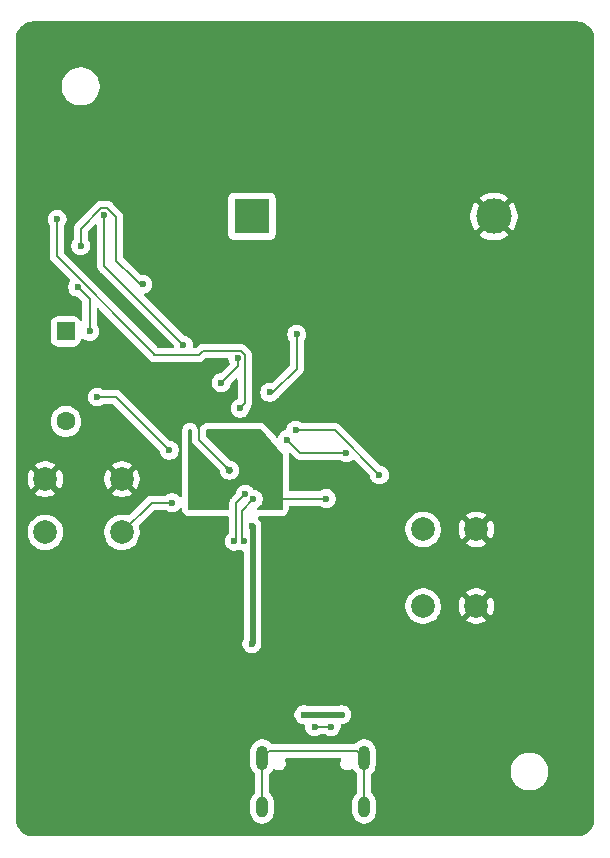
<source format=gbr>
%TF.GenerationSoftware,KiCad,Pcbnew,9.0.2*%
%TF.CreationDate,2025-08-07T00:04:07-07:00*%
%TF.ProjectId,TimeCapsule,54696d65-4361-4707-9375-6c652e6b6963,rev?*%
%TF.SameCoordinates,Original*%
%TF.FileFunction,Copper,L2,Bot*%
%TF.FilePolarity,Positive*%
%FSLAX46Y46*%
G04 Gerber Fmt 4.6, Leading zero omitted, Abs format (unit mm)*
G04 Created by KiCad (PCBNEW 9.0.2) date 2025-08-07 00:04:07*
%MOMM*%
%LPD*%
G01*
G04 APERTURE LIST*
G04 Aperture macros list*
%AMRoundRect*
0 Rectangle with rounded corners*
0 $1 Rounding radius*
0 $2 $3 $4 $5 $6 $7 $8 $9 X,Y pos of 4 corners*
0 Add a 4 corners polygon primitive as box body*
4,1,4,$2,$3,$4,$5,$6,$7,$8,$9,$2,$3,0*
0 Add four circle primitives for the rounded corners*
1,1,$1+$1,$2,$3*
1,1,$1+$1,$4,$5*
1,1,$1+$1,$6,$7*
1,1,$1+$1,$8,$9*
0 Add four rect primitives between the rounded corners*
20,1,$1+$1,$2,$3,$4,$5,0*
20,1,$1+$1,$4,$5,$6,$7,0*
20,1,$1+$1,$6,$7,$8,$9,0*
20,1,$1+$1,$8,$9,$2,$3,0*%
G04 Aperture macros list end*
%TA.AperFunction,ComponentPad*%
%ADD10C,2.000000*%
%TD*%
%TA.AperFunction,ComponentPad*%
%ADD11R,3.000000X3.000000*%
%TD*%
%TA.AperFunction,ComponentPad*%
%ADD12C,3.000000*%
%TD*%
%TA.AperFunction,ComponentPad*%
%ADD13RoundRect,0.250000X-0.550000X0.550000X-0.550000X-0.550000X0.550000X-0.550000X0.550000X0.550000X0*%
%TD*%
%TA.AperFunction,ComponentPad*%
%ADD14C,1.600000*%
%TD*%
%TA.AperFunction,HeatsinkPad*%
%ADD15O,1.000000X2.100000*%
%TD*%
%TA.AperFunction,HeatsinkPad*%
%ADD16O,1.000000X1.800000*%
%TD*%
%TA.AperFunction,ViaPad*%
%ADD17C,0.600000*%
%TD*%
%TA.AperFunction,Conductor*%
%ADD18C,0.200000*%
%TD*%
%TA.AperFunction,Conductor*%
%ADD19C,0.500000*%
%TD*%
%TA.AperFunction,Conductor*%
%ADD20C,0.150000*%
%TD*%
G04 APERTURE END LIST*
D10*
%TO.P,SW1,1,1*%
%TO.N,GND*%
X89500000Y-93500000D03*
X89500000Y-100000000D03*
%TO.P,SW1,2,2*%
%TO.N,Net-(R6-Pad1)*%
X85000000Y-93500000D03*
X85000000Y-100000000D03*
%TD*%
D11*
%TO.P,BT1,1,+*%
%TO.N,/BAT+*%
X70500000Y-67000000D03*
D12*
%TO.P,BT1,2,-*%
%TO.N,GND*%
X90990000Y-67000000D03*
%TD*%
D10*
%TO.P,SW2,1,1*%
%TO.N,GND*%
X53000000Y-89250000D03*
X59500000Y-89250000D03*
%TO.P,SW2,2,2*%
%TO.N,Net-(U1-RUN)*%
X53000000Y-93750000D03*
X59500000Y-93750000D03*
%TD*%
D13*
%TO.P,D2,1,K*%
%TO.N,Net-(D2-K)*%
X54750000Y-76750000D03*
D14*
%TO.P,D2,2,A*%
%TO.N,/INT*%
X54750000Y-84370000D03*
%TD*%
D15*
%TO.P,J1,S1,SHIELD*%
%TO.N,unconnected-(J1-SHIELD-PadS1)*%
X71360000Y-112845000D03*
D16*
X71360000Y-117025000D03*
D15*
X80000000Y-112845000D03*
D16*
X80000000Y-117025000D03*
%TD*%
D17*
%TO.N,Net-(D1-A)*%
X64700000Y-77900000D03*
X58000000Y-66900000D03*
%TO.N,/QSPI_SS*%
X74200000Y-85100000D03*
X81300000Y-88900000D03*
%TO.N,/I2C0_SDA*%
X72000000Y-81900000D03*
X74300000Y-77000000D03*
%TO.N,+3V3*%
X67900000Y-81100000D03*
X69300000Y-79000000D03*
X70500000Y-103200000D03*
X71050001Y-85878304D03*
X67538436Y-91053254D03*
X70500000Y-93200000D03*
X66049000Y-88101000D03*
X67549820Y-85812840D03*
X71035627Y-88864326D03*
X76800000Y-90900000D03*
X71700000Y-91570000D03*
%TO.N,Net-(D2-K)*%
X55750000Y-73000000D03*
X56750000Y-76750000D03*
%TO.N,/XIN*%
X63500000Y-86800000D03*
X57400000Y-82300000D03*
%TO.N,Net-(Q3-G)*%
X56000000Y-69500000D03*
X61250000Y-72750000D03*
%TO.N,/QSPI_SD1*%
X73500000Y-85900000D03*
X78500000Y-87000000D03*
%TO.N,GND*%
X75400000Y-88800000D03*
X70900000Y-109300000D03*
X65900000Y-67600000D03*
X75387500Y-89987500D03*
X74000000Y-83100000D03*
X69100000Y-117000000D03*
X83100000Y-113300000D03*
X62100000Y-82600000D03*
X75100000Y-92400000D03*
X72700000Y-94600000D03*
X68600000Y-88500000D03*
X66500000Y-65000000D03*
X67100000Y-81800000D03*
X85000000Y-84700000D03*
X61700000Y-89400000D03*
X53500000Y-72300000D03*
X61250000Y-90500000D03*
X60200000Y-67100000D03*
X57300000Y-84500000D03*
X78900000Y-110400000D03*
X61000000Y-71200000D03*
X72400000Y-110400000D03*
X61100000Y-80500000D03*
X68000000Y-95600000D03*
X70900000Y-76300000D03*
X71800000Y-95350000D03*
X69500000Y-60200000D03*
X52750000Y-71250000D03*
%TO.N,/D-*%
X75800000Y-110200000D03*
X77200000Y-110200000D03*
%TO.N,+5V*%
X78100000Y-109200000D03*
X74900000Y-109200000D03*
%TO.N,Net-(U1-USB_DP)*%
X69932607Y-90537500D03*
X69000000Y-94500000D03*
%TO.N,Net-(U1-USB_DM)*%
X70622332Y-90942819D03*
X69800000Y-94500000D03*
%TO.N,/BLINKER_RESET*%
X54000000Y-67250000D03*
X69500000Y-83250000D03*
%TO.N,Net-(U1-RUN)*%
X63750000Y-91250000D03*
%TD*%
D18*
%TO.N,Net-(D1-A)*%
X58000000Y-71200000D02*
X64700000Y-77900000D01*
X58000000Y-66900000D02*
X58000000Y-71200000D01*
%TO.N,/QSPI_SS*%
X74200000Y-85100000D02*
X77500000Y-85100000D01*
X77500000Y-85100000D02*
X81300000Y-88900000D01*
%TO.N,/I2C0_SDA*%
X74300000Y-79900000D02*
X72300000Y-81900000D01*
X72300000Y-81900000D02*
X72000000Y-81900000D01*
X74300000Y-77000000D02*
X74300000Y-79900000D01*
%TO.N,+3V3*%
X76800000Y-90900000D02*
X72370000Y-90900000D01*
D19*
X70500000Y-103200000D02*
X70551000Y-103149000D01*
X70551000Y-93251000D02*
X70500000Y-93200000D01*
X70551000Y-103149000D02*
X70551000Y-93251000D01*
D18*
X72370000Y-90900000D02*
X71700000Y-91570000D01*
X69300000Y-79000000D02*
X69300000Y-79700000D01*
X69300000Y-79700000D02*
X67900000Y-81100000D01*
%TO.N,Net-(D2-K)*%
X56750000Y-76750000D02*
X56750000Y-74000000D01*
X56750000Y-74000000D02*
X55750000Y-73000000D01*
%TO.N,/XIN*%
X59000000Y-82300000D02*
X63500000Y-86800000D01*
D20*
X57400000Y-82300000D02*
X59000000Y-82300000D01*
D18*
%TO.N,Net-(Q3-G)*%
X59000000Y-70750000D02*
X60500000Y-72250000D01*
X60500000Y-72250000D02*
X61000000Y-72750000D01*
X56000000Y-68050057D02*
X57751057Y-66299000D01*
X56000000Y-69500000D02*
X56000000Y-68050057D01*
X58248943Y-66299000D02*
X59000000Y-67050057D01*
X59000000Y-67050057D02*
X59000000Y-70750000D01*
X61000000Y-72750000D02*
X61250000Y-72750000D01*
X57751057Y-66299000D02*
X58248943Y-66299000D01*
%TO.N,/QSPI_SD1*%
X73500000Y-85900000D02*
X74600000Y-87000000D01*
X74600000Y-87000000D02*
X78500000Y-87000000D01*
%TO.N,GND*%
X66700000Y-82200000D02*
X67100000Y-81800000D01*
X66000000Y-82200000D02*
X66700000Y-82200000D01*
X66000000Y-85900000D02*
X66000000Y-82200000D01*
X68600000Y-88500000D02*
X66000000Y-85900000D01*
%TO.N,/D-*%
X75800000Y-110200000D02*
X77200000Y-110200000D01*
D19*
%TO.N,+5V*%
X78100000Y-109200000D02*
X74900000Y-109200000D01*
D20*
%TO.N,unconnected-(J1-SHIELD-PadS1)*%
X71360000Y-112820000D02*
X71481000Y-112699000D01*
D18*
X71935000Y-112270000D02*
X79425000Y-112270000D01*
D20*
X79879000Y-112699000D02*
X80000000Y-112820000D01*
X71360000Y-112820000D02*
X71360000Y-117000000D01*
D18*
X79425000Y-112270000D02*
X80000000Y-112845000D01*
X71360000Y-112845000D02*
X71935000Y-112270000D01*
D20*
X80000000Y-112820000D02*
X80000000Y-117000000D01*
D18*
%TO.N,Net-(U1-USB_DP)*%
X69932607Y-90537500D02*
X69174999Y-91295108D01*
X69174999Y-94325001D02*
X69000000Y-94500000D01*
X69174999Y-91295108D02*
X69174999Y-94325001D01*
%TO.N,Net-(U1-USB_DM)*%
X70622332Y-90942819D02*
X69625001Y-91940150D01*
X69625001Y-94325001D02*
X69800000Y-94500000D01*
X69625001Y-91940150D02*
X69625001Y-94325001D01*
%TO.N,/BLINKER_RESET*%
X54000000Y-70400057D02*
X54000000Y-67250000D01*
X69901000Y-78751057D02*
X69548943Y-78399000D01*
X62250000Y-78750000D02*
X62250000Y-78650057D01*
X69548943Y-78399000D02*
X66351000Y-78399000D01*
X69901000Y-82849000D02*
X69901000Y-78751057D01*
X62250000Y-78650057D02*
X54000000Y-70400057D01*
X66000000Y-78750000D02*
X62250000Y-78750000D01*
X66351000Y-78399000D02*
X66000000Y-78750000D01*
X69500000Y-83250000D02*
X69901000Y-82849000D01*
%TO.N,Net-(U1-RUN)*%
X59500000Y-93750000D02*
X62000000Y-91250000D01*
X62000000Y-91250000D02*
X63750000Y-91250000D01*
%TD*%
%TA.AperFunction,Conductor*%
%TO.N,GND*%
G36*
X68381803Y-88114826D02*
G01*
X68381933Y-88114894D01*
X68381936Y-88114896D01*
X68443847Y-88147281D01*
X68579529Y-88195148D01*
X68674083Y-88213955D01*
X68697324Y-88221006D01*
X68728453Y-88233900D01*
X68749888Y-88245358D01*
X68777897Y-88264073D01*
X68796685Y-88279492D01*
X68820502Y-88303308D01*
X68835925Y-88322100D01*
X68854638Y-88350106D01*
X68866098Y-88371546D01*
X68878990Y-88402671D01*
X68886045Y-88425927D01*
X68892617Y-88458961D01*
X68895000Y-88483156D01*
X68895000Y-88516839D01*
X68892616Y-88541035D01*
X68886043Y-88574073D01*
X68878988Y-88597329D01*
X68866098Y-88628449D01*
X68854639Y-88649888D01*
X68835920Y-88677903D01*
X68820502Y-88696689D01*
X68820499Y-88696693D01*
X68796693Y-88720499D01*
X68777903Y-88735920D01*
X68749885Y-88754641D01*
X68728446Y-88766100D01*
X68697328Y-88778989D01*
X68674071Y-88786045D01*
X68657340Y-88789373D01*
X68641031Y-88792617D01*
X68616841Y-88795000D01*
X68583159Y-88795000D01*
X68558970Y-88792617D01*
X68525924Y-88786044D01*
X68502667Y-88778988D01*
X68471547Y-88766098D01*
X68450107Y-88754638D01*
X68422099Y-88735923D01*
X68403312Y-88720505D01*
X68379495Y-88696689D01*
X68364076Y-88677903D01*
X68345353Y-88649882D01*
X68333898Y-88628449D01*
X68321008Y-88597328D01*
X68313953Y-88574069D01*
X68295201Y-88479792D01*
X68295170Y-88479643D01*
X68295148Y-88479529D01*
X68294247Y-88475105D01*
X68294212Y-88474933D01*
X68293792Y-88472918D01*
X68292859Y-88468537D01*
X68292859Y-88468535D01*
X68291104Y-88463830D01*
X68242576Y-88333722D01*
X68215496Y-88284128D01*
X68200644Y-88215855D01*
X68225061Y-88150391D01*
X68280995Y-88108520D01*
X68350687Y-88103536D01*
X68381803Y-88114826D01*
G37*
%TD.AperFunction*%
%TA.AperFunction,Conductor*%
G36*
X98004418Y-50500816D02*
G01*
X98204561Y-50515130D01*
X98222063Y-50517647D01*
X98413797Y-50559355D01*
X98430755Y-50564334D01*
X98614609Y-50632909D01*
X98630701Y-50640259D01*
X98802904Y-50734288D01*
X98817784Y-50743849D01*
X98974867Y-50861441D01*
X98988237Y-50873027D01*
X99126972Y-51011762D01*
X99138558Y-51025132D01*
X99256146Y-51182210D01*
X99265711Y-51197095D01*
X99359740Y-51369298D01*
X99367090Y-51385390D01*
X99435662Y-51569236D01*
X99440646Y-51586212D01*
X99482351Y-51777931D01*
X99484869Y-51795442D01*
X99499184Y-51995580D01*
X99499500Y-52004427D01*
X99499500Y-117995572D01*
X99499184Y-118004418D01*
X99499184Y-118004419D01*
X99484869Y-118204557D01*
X99482351Y-118222068D01*
X99440646Y-118413787D01*
X99435662Y-118430763D01*
X99367090Y-118614609D01*
X99359740Y-118630701D01*
X99265711Y-118802904D01*
X99256146Y-118817789D01*
X99138558Y-118974867D01*
X99126972Y-118988237D01*
X98988237Y-119126972D01*
X98974867Y-119138558D01*
X98817789Y-119256146D01*
X98802904Y-119265711D01*
X98630701Y-119359740D01*
X98614609Y-119367090D01*
X98430763Y-119435662D01*
X98413787Y-119440646D01*
X98222068Y-119482351D01*
X98204557Y-119484869D01*
X98023779Y-119497799D01*
X98004417Y-119499184D01*
X97995572Y-119499500D01*
X52004428Y-119499500D01*
X51995582Y-119499184D01*
X51973622Y-119497613D01*
X51795442Y-119484869D01*
X51777931Y-119482351D01*
X51586212Y-119440646D01*
X51569236Y-119435662D01*
X51385390Y-119367090D01*
X51369298Y-119359740D01*
X51197095Y-119265711D01*
X51182210Y-119256146D01*
X51025132Y-119138558D01*
X51011762Y-119126972D01*
X50873027Y-118988237D01*
X50861441Y-118974867D01*
X50743849Y-118817784D01*
X50734288Y-118802904D01*
X50640259Y-118630701D01*
X50632909Y-118614609D01*
X50572091Y-118451551D01*
X50564334Y-118430755D01*
X50559355Y-118413797D01*
X50517647Y-118222063D01*
X50515130Y-118204556D01*
X50514957Y-118202139D01*
X50500816Y-118004418D01*
X50500500Y-117995572D01*
X50500500Y-113493543D01*
X70359499Y-113493543D01*
X70397947Y-113686829D01*
X70397950Y-113686839D01*
X70473364Y-113868907D01*
X70473371Y-113868920D01*
X70582860Y-114032781D01*
X70582863Y-114032785D01*
X70722212Y-114172134D01*
X70722214Y-114172135D01*
X70722218Y-114172139D01*
X70729389Y-114176930D01*
X70774194Y-114230540D01*
X70784500Y-114280033D01*
X70784500Y-115739965D01*
X70764815Y-115807004D01*
X70729396Y-115843064D01*
X70722218Y-115847860D01*
X70722214Y-115847863D01*
X70582863Y-115987214D01*
X70582860Y-115987218D01*
X70473371Y-116151079D01*
X70473364Y-116151092D01*
X70397950Y-116333160D01*
X70397947Y-116333170D01*
X70359500Y-116526456D01*
X70359500Y-116526459D01*
X70359500Y-117523541D01*
X70359500Y-117523543D01*
X70359499Y-117523543D01*
X70397947Y-117716829D01*
X70397950Y-117716839D01*
X70473364Y-117898907D01*
X70473371Y-117898920D01*
X70582860Y-118062781D01*
X70582863Y-118062785D01*
X70722214Y-118202136D01*
X70722218Y-118202139D01*
X70886079Y-118311628D01*
X70886092Y-118311635D01*
X71068160Y-118387049D01*
X71068165Y-118387051D01*
X71068169Y-118387051D01*
X71068170Y-118387052D01*
X71261456Y-118425500D01*
X71261459Y-118425500D01*
X71458543Y-118425500D01*
X71588582Y-118399632D01*
X71651835Y-118387051D01*
X71833914Y-118311632D01*
X71997782Y-118202139D01*
X72137139Y-118062782D01*
X72246632Y-117898914D01*
X72322051Y-117716835D01*
X72360500Y-117523541D01*
X72360500Y-116526459D01*
X72360500Y-116526456D01*
X72322052Y-116333170D01*
X72322051Y-116333169D01*
X72322051Y-116333165D01*
X72322049Y-116333160D01*
X72246635Y-116151092D01*
X72246628Y-116151079D01*
X72137139Y-115987218D01*
X72137136Y-115987214D01*
X71997785Y-115847863D01*
X71997781Y-115847860D01*
X71990604Y-115843064D01*
X71945802Y-115789450D01*
X71935500Y-115739965D01*
X71935500Y-114280033D01*
X71955185Y-114212994D01*
X71990609Y-114176931D01*
X71997782Y-114172139D01*
X72137139Y-114032782D01*
X72246632Y-113868914D01*
X72250540Y-113859478D01*
X72294376Y-113805074D01*
X72360669Y-113783004D01*
X72428369Y-113800279D01*
X72433028Y-113803432D01*
X72436633Y-113805513D01*
X72436635Y-113805515D01*
X72567865Y-113881281D01*
X72714234Y-113920500D01*
X72714236Y-113920500D01*
X72865764Y-113920500D01*
X72865766Y-113920500D01*
X73012135Y-113881281D01*
X73143365Y-113805515D01*
X73250515Y-113698365D01*
X73326281Y-113567135D01*
X73365500Y-113420766D01*
X73365500Y-113269234D01*
X73326281Y-113122865D01*
X73287964Y-113056499D01*
X73271492Y-112988601D01*
X73294344Y-112922574D01*
X73349265Y-112879383D01*
X73395352Y-112870500D01*
X77964648Y-112870500D01*
X78031687Y-112890185D01*
X78077442Y-112942989D01*
X78087386Y-113012147D01*
X78072035Y-113056498D01*
X78059479Y-113078246D01*
X78033719Y-113122863D01*
X77994500Y-113269234D01*
X77994500Y-113420765D01*
X78033719Y-113567136D01*
X78067251Y-113625214D01*
X78109485Y-113698365D01*
X78216635Y-113805515D01*
X78347865Y-113881281D01*
X78494234Y-113920500D01*
X78494236Y-113920500D01*
X78645764Y-113920500D01*
X78645766Y-113920500D01*
X78792135Y-113881281D01*
X78923365Y-113805515D01*
X78923366Y-113805513D01*
X78930403Y-113801451D01*
X78931749Y-113803783D01*
X78984553Y-113783357D01*
X79053001Y-113797381D01*
X79103001Y-113846185D01*
X79109458Y-113859474D01*
X79113367Y-113868913D01*
X79113371Y-113868920D01*
X79222860Y-114032781D01*
X79222863Y-114032785D01*
X79362212Y-114172134D01*
X79362214Y-114172135D01*
X79362218Y-114172139D01*
X79369389Y-114176930D01*
X79414194Y-114230540D01*
X79424500Y-114280033D01*
X79424500Y-115739965D01*
X79404815Y-115807004D01*
X79369396Y-115843064D01*
X79362218Y-115847860D01*
X79362214Y-115847863D01*
X79222863Y-115987214D01*
X79222860Y-115987218D01*
X79113371Y-116151079D01*
X79113364Y-116151092D01*
X79037950Y-116333160D01*
X79037947Y-116333170D01*
X78999500Y-116526456D01*
X78999500Y-116526459D01*
X78999500Y-117523541D01*
X78999500Y-117523543D01*
X78999499Y-117523543D01*
X79037947Y-117716829D01*
X79037950Y-117716839D01*
X79113364Y-117898907D01*
X79113371Y-117898920D01*
X79222860Y-118062781D01*
X79222863Y-118062785D01*
X79362214Y-118202136D01*
X79362218Y-118202139D01*
X79526079Y-118311628D01*
X79526092Y-118311635D01*
X79708160Y-118387049D01*
X79708165Y-118387051D01*
X79708169Y-118387051D01*
X79708170Y-118387052D01*
X79901456Y-118425500D01*
X79901459Y-118425500D01*
X80098543Y-118425500D01*
X80228582Y-118399632D01*
X80291835Y-118387051D01*
X80473914Y-118311632D01*
X80637782Y-118202139D01*
X80777139Y-118062782D01*
X80886632Y-117898914D01*
X80962051Y-117716835D01*
X81000500Y-117523541D01*
X81000500Y-116526459D01*
X81000500Y-116526456D01*
X80962052Y-116333170D01*
X80962051Y-116333169D01*
X80962051Y-116333165D01*
X80962049Y-116333160D01*
X80886635Y-116151092D01*
X80886628Y-116151079D01*
X80777139Y-115987218D01*
X80777136Y-115987214D01*
X80637785Y-115847863D01*
X80637781Y-115847860D01*
X80630604Y-115843064D01*
X80585802Y-115789450D01*
X80575500Y-115739965D01*
X80575500Y-114280033D01*
X80595185Y-114212994D01*
X80630609Y-114176931D01*
X80637782Y-114172139D01*
X80777139Y-114032782D01*
X80883208Y-113874038D01*
X92399500Y-113874038D01*
X92399500Y-114125962D01*
X92413285Y-114212994D01*
X92438910Y-114374785D01*
X92516760Y-114614383D01*
X92631132Y-114838848D01*
X92779201Y-115042649D01*
X92779205Y-115042654D01*
X92957345Y-115220794D01*
X92957350Y-115220798D01*
X93135117Y-115349952D01*
X93161155Y-115368870D01*
X93304184Y-115441747D01*
X93385616Y-115483239D01*
X93385618Y-115483239D01*
X93385621Y-115483241D01*
X93625215Y-115561090D01*
X93874038Y-115600500D01*
X93874039Y-115600500D01*
X94125961Y-115600500D01*
X94125962Y-115600500D01*
X94374785Y-115561090D01*
X94614379Y-115483241D01*
X94838845Y-115368870D01*
X95042656Y-115220793D01*
X95220793Y-115042656D01*
X95368870Y-114838845D01*
X95483241Y-114614379D01*
X95561090Y-114374785D01*
X95600500Y-114125962D01*
X95600500Y-113874038D01*
X95561090Y-113625215D01*
X95483241Y-113385621D01*
X95483239Y-113385618D01*
X95483239Y-113385616D01*
X95423939Y-113269234D01*
X95368870Y-113161155D01*
X95245707Y-112991635D01*
X95220798Y-112957350D01*
X95220794Y-112957345D01*
X95042654Y-112779205D01*
X95042649Y-112779201D01*
X94838848Y-112631132D01*
X94838847Y-112631131D01*
X94838845Y-112631130D01*
X94768747Y-112595413D01*
X94614383Y-112516760D01*
X94374785Y-112438910D01*
X94125962Y-112399500D01*
X93874038Y-112399500D01*
X93749626Y-112419205D01*
X93625214Y-112438910D01*
X93385616Y-112516760D01*
X93161151Y-112631132D01*
X92957350Y-112779201D01*
X92957345Y-112779205D01*
X92779205Y-112957345D01*
X92779201Y-112957350D01*
X92631132Y-113161151D01*
X92516760Y-113385616D01*
X92438910Y-113625214D01*
X92401807Y-113859474D01*
X92399500Y-113874038D01*
X80883208Y-113874038D01*
X80886632Y-113868914D01*
X80886633Y-113868911D01*
X80886635Y-113868908D01*
X80906183Y-113821714D01*
X80957275Y-113698365D01*
X80962051Y-113686835D01*
X81000500Y-113493541D01*
X81000500Y-112196459D01*
X81000500Y-112196456D01*
X80962052Y-112003170D01*
X80962051Y-112003169D01*
X80962051Y-112003165D01*
X80962049Y-112003160D01*
X80886635Y-111821092D01*
X80886628Y-111821079D01*
X80777139Y-111657218D01*
X80777136Y-111657214D01*
X80637785Y-111517863D01*
X80637781Y-111517860D01*
X80473920Y-111408371D01*
X80473907Y-111408364D01*
X80291839Y-111332950D01*
X80291829Y-111332947D01*
X80098543Y-111294500D01*
X80098541Y-111294500D01*
X79901459Y-111294500D01*
X79901457Y-111294500D01*
X79708170Y-111332947D01*
X79708160Y-111332950D01*
X79526092Y-111408364D01*
X79526079Y-111408371D01*
X79362219Y-111517859D01*
X79304559Y-111575520D01*
X79246896Y-111633182D01*
X79185576Y-111666666D01*
X79159217Y-111669500D01*
X72200783Y-111669500D01*
X72133744Y-111649815D01*
X72113106Y-111633185D01*
X71997782Y-111517861D01*
X71997781Y-111517860D01*
X71997780Y-111517859D01*
X71833920Y-111408371D01*
X71833907Y-111408364D01*
X71651839Y-111332950D01*
X71651829Y-111332947D01*
X71458543Y-111294500D01*
X71458541Y-111294500D01*
X71261459Y-111294500D01*
X71261457Y-111294500D01*
X71068170Y-111332947D01*
X71068160Y-111332950D01*
X70886092Y-111408364D01*
X70886079Y-111408371D01*
X70722218Y-111517860D01*
X70722214Y-111517863D01*
X70582863Y-111657214D01*
X70582860Y-111657218D01*
X70473371Y-111821079D01*
X70473364Y-111821092D01*
X70397950Y-112003160D01*
X70397947Y-112003170D01*
X70359500Y-112196456D01*
X70359500Y-112196459D01*
X70359500Y-113493541D01*
X70359500Y-113493543D01*
X70359499Y-113493543D01*
X50500500Y-113493543D01*
X50500500Y-109121153D01*
X74099500Y-109121153D01*
X74099500Y-109278846D01*
X74130261Y-109433489D01*
X74130264Y-109433501D01*
X74190602Y-109579172D01*
X74190609Y-109579185D01*
X74278210Y-109710288D01*
X74278213Y-109710292D01*
X74389707Y-109821786D01*
X74389711Y-109821789D01*
X74520814Y-109909390D01*
X74520827Y-109909397D01*
X74666498Y-109969735D01*
X74666503Y-109969737D01*
X74821153Y-110000499D01*
X74821156Y-110000500D01*
X74875500Y-110000500D01*
X74942539Y-110020185D01*
X74988294Y-110072989D01*
X74999500Y-110124500D01*
X74999500Y-110278846D01*
X75030261Y-110433489D01*
X75030264Y-110433501D01*
X75090602Y-110579172D01*
X75090609Y-110579185D01*
X75178210Y-110710288D01*
X75178213Y-110710292D01*
X75289707Y-110821786D01*
X75289711Y-110821789D01*
X75420814Y-110909390D01*
X75420827Y-110909397D01*
X75566498Y-110969735D01*
X75566503Y-110969737D01*
X75721153Y-111000499D01*
X75721156Y-111000500D01*
X75721158Y-111000500D01*
X75878844Y-111000500D01*
X75878845Y-111000499D01*
X76033497Y-110969737D01*
X76179179Y-110909394D01*
X76179185Y-110909390D01*
X76310875Y-110821398D01*
X76328921Y-110815747D01*
X76344831Y-110805523D01*
X76375792Y-110801071D01*
X76377553Y-110800520D01*
X76379766Y-110800500D01*
X76620234Y-110800500D01*
X76687273Y-110820185D01*
X76689125Y-110821398D01*
X76820814Y-110909390D01*
X76820827Y-110909397D01*
X76966498Y-110969735D01*
X76966503Y-110969737D01*
X77121153Y-111000499D01*
X77121156Y-111000500D01*
X77121158Y-111000500D01*
X77278844Y-111000500D01*
X77278845Y-111000499D01*
X77433497Y-110969737D01*
X77579179Y-110909394D01*
X77710289Y-110821789D01*
X77821789Y-110710289D01*
X77909394Y-110579179D01*
X77969737Y-110433497D01*
X78000500Y-110278842D01*
X78000500Y-110124500D01*
X78020185Y-110057461D01*
X78072989Y-110011706D01*
X78124500Y-110000500D01*
X78178844Y-110000500D01*
X78178845Y-110000499D01*
X78333497Y-109969737D01*
X78479179Y-109909394D01*
X78610289Y-109821789D01*
X78721789Y-109710289D01*
X78809394Y-109579179D01*
X78869737Y-109433497D01*
X78900500Y-109278842D01*
X78900500Y-109121158D01*
X78900500Y-109121155D01*
X78900499Y-109121153D01*
X78869738Y-108966510D01*
X78869737Y-108966503D01*
X78869735Y-108966498D01*
X78809397Y-108820827D01*
X78809390Y-108820814D01*
X78721789Y-108689711D01*
X78721786Y-108689707D01*
X78610292Y-108578213D01*
X78610288Y-108578210D01*
X78479185Y-108490609D01*
X78479172Y-108490602D01*
X78333501Y-108430264D01*
X78333489Y-108430261D01*
X78178845Y-108399500D01*
X78178842Y-108399500D01*
X78021158Y-108399500D01*
X78021155Y-108399500D01*
X77866511Y-108430260D01*
X77866506Y-108430262D01*
X77866504Y-108430262D01*
X77866503Y-108430263D01*
X77842844Y-108440062D01*
X77795396Y-108449500D01*
X75204604Y-108449500D01*
X75157155Y-108440062D01*
X75133497Y-108430263D01*
X75133493Y-108430262D01*
X75133488Y-108430260D01*
X74978845Y-108399500D01*
X74978842Y-108399500D01*
X74821158Y-108399500D01*
X74821155Y-108399500D01*
X74666510Y-108430261D01*
X74666498Y-108430264D01*
X74520827Y-108490602D01*
X74520814Y-108490609D01*
X74389711Y-108578210D01*
X74389707Y-108578213D01*
X74278213Y-108689707D01*
X74278210Y-108689711D01*
X74190609Y-108820814D01*
X74190602Y-108820827D01*
X74130264Y-108966498D01*
X74130261Y-108966510D01*
X74099500Y-109121153D01*
X50500500Y-109121153D01*
X50500500Y-93631902D01*
X51499500Y-93631902D01*
X51499500Y-93868097D01*
X51536446Y-94101368D01*
X51609433Y-94325996D01*
X51686635Y-94477512D01*
X51716657Y-94536433D01*
X51855483Y-94727510D01*
X52022490Y-94894517D01*
X52213567Y-95033343D01*
X52312991Y-95084002D01*
X52424003Y-95140566D01*
X52424005Y-95140566D01*
X52424008Y-95140568D01*
X52544412Y-95179689D01*
X52648631Y-95213553D01*
X52881903Y-95250500D01*
X52881908Y-95250500D01*
X53118097Y-95250500D01*
X53351368Y-95213553D01*
X53364180Y-95209390D01*
X53575992Y-95140568D01*
X53786433Y-95033343D01*
X53977510Y-94894517D01*
X54144517Y-94727510D01*
X54283343Y-94536433D01*
X54390568Y-94325992D01*
X54463553Y-94101368D01*
X54500500Y-93868097D01*
X54500500Y-93631902D01*
X57999500Y-93631902D01*
X57999500Y-93868097D01*
X58036446Y-94101368D01*
X58109433Y-94325996D01*
X58186635Y-94477512D01*
X58216657Y-94536433D01*
X58355483Y-94727510D01*
X58522490Y-94894517D01*
X58713567Y-95033343D01*
X58812991Y-95084002D01*
X58924003Y-95140566D01*
X58924005Y-95140566D01*
X58924008Y-95140568D01*
X59044412Y-95179689D01*
X59148631Y-95213553D01*
X59381903Y-95250500D01*
X59381908Y-95250500D01*
X59618097Y-95250500D01*
X59851368Y-95213553D01*
X59864180Y-95209390D01*
X60075992Y-95140568D01*
X60286433Y-95033343D01*
X60477510Y-94894517D01*
X60644517Y-94727510D01*
X60783343Y-94536433D01*
X60890568Y-94325992D01*
X60963553Y-94101368D01*
X61000500Y-93868097D01*
X61000500Y-93631902D01*
X60975868Y-93476390D01*
X60963553Y-93398632D01*
X60922547Y-93272433D01*
X60920553Y-93202593D01*
X60952796Y-93146437D01*
X62212416Y-91886819D01*
X62273739Y-91853334D01*
X62300097Y-91850500D01*
X63170234Y-91850500D01*
X63237273Y-91870185D01*
X63239125Y-91871398D01*
X63370814Y-91959390D01*
X63370827Y-91959397D01*
X63433762Y-91985465D01*
X63516503Y-92019737D01*
X63671153Y-92050499D01*
X63671156Y-92050500D01*
X63671158Y-92050500D01*
X63828844Y-92050500D01*
X63828845Y-92050499D01*
X63983497Y-92019737D01*
X64129179Y-91959394D01*
X64260289Y-91871789D01*
X64371789Y-91760289D01*
X64372307Y-91759512D01*
X64372686Y-91759196D01*
X64375653Y-91755581D01*
X64376338Y-91756143D01*
X64425912Y-91714701D01*
X64495236Y-91705984D01*
X64558268Y-91736130D01*
X64594995Y-91795568D01*
X64598707Y-91815134D01*
X64606052Y-91883451D01*
X64606054Y-91883462D01*
X64617260Y-91934972D01*
X64651383Y-92037497D01*
X64651386Y-92037503D01*
X64729171Y-92158537D01*
X64729179Y-92158548D01*
X64774923Y-92211340D01*
X64774926Y-92211343D01*
X64774930Y-92211347D01*
X64883664Y-92305567D01*
X64883667Y-92305568D01*
X64883668Y-92305569D01*
X64977925Y-92348616D01*
X65014541Y-92365338D01*
X65081580Y-92385023D01*
X65081584Y-92385024D01*
X65224000Y-92405500D01*
X65224003Y-92405500D01*
X68450499Y-92405500D01*
X68517538Y-92425185D01*
X68563293Y-92477989D01*
X68574499Y-92529500D01*
X68574499Y-93755277D01*
X68554814Y-93822316D01*
X68519391Y-93858378D01*
X68489713Y-93878208D01*
X68489707Y-93878213D01*
X68378213Y-93989707D01*
X68378210Y-93989711D01*
X68290609Y-94120814D01*
X68290602Y-94120827D01*
X68230264Y-94266498D01*
X68230261Y-94266510D01*
X68199500Y-94421153D01*
X68199500Y-94578846D01*
X68230261Y-94733489D01*
X68230264Y-94733501D01*
X68290602Y-94879172D01*
X68290609Y-94879185D01*
X68378210Y-95010288D01*
X68378213Y-95010292D01*
X68489707Y-95121786D01*
X68489711Y-95121789D01*
X68620814Y-95209390D01*
X68620827Y-95209397D01*
X68720060Y-95250500D01*
X68766503Y-95269737D01*
X68900692Y-95296429D01*
X68921153Y-95300499D01*
X68921156Y-95300500D01*
X68921158Y-95300500D01*
X69078844Y-95300500D01*
X69078845Y-95300499D01*
X69233497Y-95269737D01*
X69352548Y-95220425D01*
X69422017Y-95212956D01*
X69447453Y-95220425D01*
X69566503Y-95269737D01*
X69660645Y-95288463D01*
X69700691Y-95296429D01*
X69762602Y-95328814D01*
X69797176Y-95389529D01*
X69800500Y-95418046D01*
X69800500Y-102772270D01*
X69791061Y-102819722D01*
X69730264Y-102966498D01*
X69730261Y-102966510D01*
X69699500Y-103121153D01*
X69699500Y-103278846D01*
X69730261Y-103433489D01*
X69730264Y-103433501D01*
X69790602Y-103579172D01*
X69790609Y-103579185D01*
X69878210Y-103710288D01*
X69878213Y-103710292D01*
X69989707Y-103821786D01*
X69989711Y-103821789D01*
X70120814Y-103909390D01*
X70120827Y-103909397D01*
X70266498Y-103969735D01*
X70266503Y-103969737D01*
X70421153Y-104000499D01*
X70421156Y-104000500D01*
X70421158Y-104000500D01*
X70578844Y-104000500D01*
X70578845Y-104000499D01*
X70733497Y-103969737D01*
X70879179Y-103909394D01*
X71010289Y-103821789D01*
X71121789Y-103710289D01*
X71209394Y-103579179D01*
X71269737Y-103433497D01*
X71300500Y-103278842D01*
X71300500Y-103239165D01*
X71301097Y-103227013D01*
X71301500Y-103222920D01*
X71301500Y-99881902D01*
X83499500Y-99881902D01*
X83499500Y-100118097D01*
X83536446Y-100351368D01*
X83609433Y-100575996D01*
X83716519Y-100786163D01*
X83716657Y-100786433D01*
X83855483Y-100977510D01*
X84022490Y-101144517D01*
X84213567Y-101283343D01*
X84312991Y-101334002D01*
X84424003Y-101390566D01*
X84424005Y-101390566D01*
X84424008Y-101390568D01*
X84544412Y-101429689D01*
X84648631Y-101463553D01*
X84881903Y-101500500D01*
X84881908Y-101500500D01*
X85118097Y-101500500D01*
X85351368Y-101463553D01*
X85352870Y-101463065D01*
X85575992Y-101390568D01*
X85786433Y-101283343D01*
X85977510Y-101144517D01*
X86144517Y-100977510D01*
X86283343Y-100786433D01*
X86390568Y-100575992D01*
X86463553Y-100351368D01*
X86465717Y-100337708D01*
X86500500Y-100118097D01*
X86500500Y-99881947D01*
X88000000Y-99881947D01*
X88000000Y-100118052D01*
X88036934Y-100351247D01*
X88109897Y-100575802D01*
X88217087Y-100786174D01*
X88277338Y-100869104D01*
X88277340Y-100869105D01*
X88976212Y-100170233D01*
X88987482Y-100212292D01*
X89059890Y-100337708D01*
X89162292Y-100440110D01*
X89287708Y-100512518D01*
X89329765Y-100523787D01*
X88630893Y-101222658D01*
X88713828Y-101282914D01*
X88924197Y-101390102D01*
X89148752Y-101463065D01*
X89148751Y-101463065D01*
X89381948Y-101500000D01*
X89618052Y-101500000D01*
X89851247Y-101463065D01*
X90075802Y-101390102D01*
X90286163Y-101282918D01*
X90286169Y-101282914D01*
X90369104Y-101222658D01*
X90369105Y-101222658D01*
X89670233Y-100523787D01*
X89712292Y-100512518D01*
X89837708Y-100440110D01*
X89940110Y-100337708D01*
X90012518Y-100212292D01*
X90023787Y-100170233D01*
X90722658Y-100869105D01*
X90722658Y-100869104D01*
X90782914Y-100786169D01*
X90782918Y-100786163D01*
X90890102Y-100575802D01*
X90963065Y-100351247D01*
X91000000Y-100118052D01*
X91000000Y-99881947D01*
X90963065Y-99648752D01*
X90890102Y-99424197D01*
X90782914Y-99213828D01*
X90722658Y-99130894D01*
X90722658Y-99130893D01*
X90023787Y-99829765D01*
X90012518Y-99787708D01*
X89940110Y-99662292D01*
X89837708Y-99559890D01*
X89712292Y-99487482D01*
X89670234Y-99476212D01*
X90369105Y-98777340D01*
X90369104Y-98777338D01*
X90286174Y-98717087D01*
X90075802Y-98609897D01*
X89851247Y-98536934D01*
X89851248Y-98536934D01*
X89618052Y-98500000D01*
X89381948Y-98500000D01*
X89148752Y-98536934D01*
X88924197Y-98609897D01*
X88713830Y-98717084D01*
X88630894Y-98777340D01*
X89329766Y-99476212D01*
X89287708Y-99487482D01*
X89162292Y-99559890D01*
X89059890Y-99662292D01*
X88987482Y-99787708D01*
X88976212Y-99829766D01*
X88277340Y-99130894D01*
X88217084Y-99213830D01*
X88109897Y-99424197D01*
X88036934Y-99648752D01*
X88000000Y-99881947D01*
X86500500Y-99881947D01*
X86500500Y-99881902D01*
X86463553Y-99648631D01*
X86390566Y-99424003D01*
X86283477Y-99213830D01*
X86283343Y-99213567D01*
X86144517Y-99022490D01*
X85977510Y-98855483D01*
X85786433Y-98716657D01*
X85575996Y-98609433D01*
X85351368Y-98536446D01*
X85118097Y-98499500D01*
X85118092Y-98499500D01*
X84881908Y-98499500D01*
X84881903Y-98499500D01*
X84648631Y-98536446D01*
X84424003Y-98609433D01*
X84213566Y-98716657D01*
X84130047Y-98777338D01*
X84022490Y-98855483D01*
X84022488Y-98855485D01*
X84022487Y-98855485D01*
X83855485Y-99022487D01*
X83855485Y-99022488D01*
X83855483Y-99022490D01*
X83795862Y-99104550D01*
X83716657Y-99213566D01*
X83609433Y-99424003D01*
X83536446Y-99648631D01*
X83499500Y-99881902D01*
X71301500Y-99881902D01*
X71301500Y-93381902D01*
X83499500Y-93381902D01*
X83499500Y-93618097D01*
X83536446Y-93851368D01*
X83609433Y-94075996D01*
X83706500Y-94266498D01*
X83716657Y-94286433D01*
X83855483Y-94477510D01*
X84022490Y-94644517D01*
X84213567Y-94783343D01*
X84312991Y-94834002D01*
X84424003Y-94890566D01*
X84424005Y-94890566D01*
X84424008Y-94890568D01*
X84544412Y-94929689D01*
X84648631Y-94963553D01*
X84881903Y-95000500D01*
X84881908Y-95000500D01*
X85118097Y-95000500D01*
X85351368Y-94963553D01*
X85352870Y-94963065D01*
X85575992Y-94890568D01*
X85786433Y-94783343D01*
X85977510Y-94644517D01*
X86144517Y-94477510D01*
X86283343Y-94286433D01*
X86390568Y-94075992D01*
X86463553Y-93851368D01*
X86468275Y-93821557D01*
X86500500Y-93618097D01*
X86500500Y-93381947D01*
X88000000Y-93381947D01*
X88000000Y-93618052D01*
X88036934Y-93851247D01*
X88109897Y-94075802D01*
X88217087Y-94286174D01*
X88277338Y-94369104D01*
X88277340Y-94369105D01*
X88976212Y-93670233D01*
X88987482Y-93712292D01*
X89059890Y-93837708D01*
X89162292Y-93940110D01*
X89287708Y-94012518D01*
X89329765Y-94023787D01*
X88630893Y-94722658D01*
X88713828Y-94782914D01*
X88924197Y-94890102D01*
X89148752Y-94963065D01*
X89148751Y-94963065D01*
X89381948Y-95000000D01*
X89618052Y-95000000D01*
X89851247Y-94963065D01*
X90075802Y-94890102D01*
X90286163Y-94782918D01*
X90286169Y-94782914D01*
X90369104Y-94722658D01*
X90369105Y-94722658D01*
X89670233Y-94023787D01*
X89712292Y-94012518D01*
X89837708Y-93940110D01*
X89940110Y-93837708D01*
X90012518Y-93712292D01*
X90023787Y-93670233D01*
X90722658Y-94369105D01*
X90722658Y-94369104D01*
X90782914Y-94286169D01*
X90782918Y-94286163D01*
X90890102Y-94075802D01*
X90963065Y-93851247D01*
X91000000Y-93618052D01*
X91000000Y-93381947D01*
X90963065Y-93148752D01*
X90890102Y-92924197D01*
X90782914Y-92713828D01*
X90722658Y-92630894D01*
X90722658Y-92630893D01*
X90023787Y-93329765D01*
X90012518Y-93287708D01*
X89940110Y-93162292D01*
X89837708Y-93059890D01*
X89712292Y-92987482D01*
X89670234Y-92976212D01*
X90369105Y-92277340D01*
X90369104Y-92277338D01*
X90286174Y-92217087D01*
X90075802Y-92109897D01*
X89851247Y-92036934D01*
X89851248Y-92036934D01*
X89618052Y-92000000D01*
X89381948Y-92000000D01*
X89148752Y-92036934D01*
X88924197Y-92109897D01*
X88713830Y-92217084D01*
X88630894Y-92277340D01*
X89329766Y-92976212D01*
X89287708Y-92987482D01*
X89162292Y-93059890D01*
X89059890Y-93162292D01*
X88987482Y-93287708D01*
X88976212Y-93329766D01*
X88277340Y-92630894D01*
X88217084Y-92713830D01*
X88109897Y-92924197D01*
X88036934Y-93148752D01*
X88000000Y-93381947D01*
X86500500Y-93381947D01*
X86500500Y-93381902D01*
X86463553Y-93148631D01*
X86404378Y-92966510D01*
X86390568Y-92924008D01*
X86390566Y-92924005D01*
X86390566Y-92924003D01*
X86283477Y-92713830D01*
X86283343Y-92713567D01*
X86144517Y-92522490D01*
X85977510Y-92355483D01*
X85786433Y-92216657D01*
X85775998Y-92211340D01*
X85575996Y-92109433D01*
X85351368Y-92036446D01*
X85118097Y-91999500D01*
X85118092Y-91999500D01*
X84881908Y-91999500D01*
X84881903Y-91999500D01*
X84648631Y-92036446D01*
X84424003Y-92109433D01*
X84213566Y-92216657D01*
X84104550Y-92295862D01*
X84022490Y-92355483D01*
X84022488Y-92355485D01*
X84022487Y-92355485D01*
X83855485Y-92522487D01*
X83855485Y-92522488D01*
X83855483Y-92522490D01*
X83850390Y-92529500D01*
X83716657Y-92713566D01*
X83609433Y-92924003D01*
X83536446Y-93148631D01*
X83499500Y-93381902D01*
X71301500Y-93381902D01*
X71301500Y-93377393D01*
X71301500Y-93177082D01*
X71300551Y-93172312D01*
X71300501Y-93161411D01*
X71300524Y-93161330D01*
X71300500Y-93160837D01*
X71300500Y-93121155D01*
X71300499Y-93121153D01*
X71269738Y-92966510D01*
X71269737Y-92966503D01*
X71268521Y-92963567D01*
X71209397Y-92820827D01*
X71209390Y-92820814D01*
X71121789Y-92689711D01*
X71121786Y-92689707D01*
X71049260Y-92617181D01*
X71015775Y-92555858D01*
X71020759Y-92486166D01*
X71062631Y-92430233D01*
X71128095Y-92405816D01*
X71136941Y-92405500D01*
X72975990Y-92405500D01*
X72976000Y-92405500D01*
X73083456Y-92393947D01*
X73134967Y-92382741D01*
X73169197Y-92371347D01*
X73237497Y-92348616D01*
X73237501Y-92348613D01*
X73237504Y-92348613D01*
X73358543Y-92270825D01*
X73411347Y-92225070D01*
X73505567Y-92116336D01*
X73565338Y-91985459D01*
X73585023Y-91918420D01*
X73585024Y-91918416D01*
X73605500Y-91776000D01*
X73605500Y-91624500D01*
X73625185Y-91557461D01*
X73677989Y-91511706D01*
X73729500Y-91500500D01*
X76220234Y-91500500D01*
X76287273Y-91520185D01*
X76289125Y-91521398D01*
X76420814Y-91609390D01*
X76420827Y-91609397D01*
X76566498Y-91669735D01*
X76566503Y-91669737D01*
X76721153Y-91700499D01*
X76721156Y-91700500D01*
X76721158Y-91700500D01*
X76878844Y-91700500D01*
X76878845Y-91700499D01*
X77033497Y-91669737D01*
X77179179Y-91609394D01*
X77310289Y-91521789D01*
X77421789Y-91410289D01*
X77509394Y-91279179D01*
X77569737Y-91133497D01*
X77600500Y-90978842D01*
X77600500Y-90821158D01*
X77600500Y-90821155D01*
X77600499Y-90821153D01*
X77590221Y-90769481D01*
X77569737Y-90666503D01*
X77562686Y-90649480D01*
X77509397Y-90520827D01*
X77509390Y-90520814D01*
X77421789Y-90389711D01*
X77421786Y-90389707D01*
X77310292Y-90278213D01*
X77310288Y-90278210D01*
X77179185Y-90190609D01*
X77179172Y-90190602D01*
X77033501Y-90130264D01*
X77033489Y-90130261D01*
X76878845Y-90099500D01*
X76878842Y-90099500D01*
X76721158Y-90099500D01*
X76721155Y-90099500D01*
X76566510Y-90130261D01*
X76566498Y-90130264D01*
X76420827Y-90190602D01*
X76420814Y-90190609D01*
X76289125Y-90278602D01*
X76222447Y-90299480D01*
X76220234Y-90299500D01*
X73729500Y-90299500D01*
X73662461Y-90279815D01*
X73616706Y-90227011D01*
X73605500Y-90175500D01*
X73605500Y-87184638D01*
X73604455Y-87157779D01*
X73621518Y-87090025D01*
X73672503Y-87042251D01*
X73741223Y-87029627D01*
X73805859Y-87056159D01*
X73816042Y-87065277D01*
X74115139Y-87364374D01*
X74115149Y-87364385D01*
X74119479Y-87368715D01*
X74119480Y-87368716D01*
X74231284Y-87480520D01*
X74307521Y-87524535D01*
X74368215Y-87559577D01*
X74520943Y-87600501D01*
X74520946Y-87600501D01*
X74686653Y-87600501D01*
X74686669Y-87600500D01*
X77920234Y-87600500D01*
X77987273Y-87620185D01*
X77989125Y-87621398D01*
X78120814Y-87709390D01*
X78120827Y-87709397D01*
X78218853Y-87750000D01*
X78266503Y-87769737D01*
X78352958Y-87786934D01*
X78421153Y-87800499D01*
X78421156Y-87800500D01*
X78421158Y-87800500D01*
X78578844Y-87800500D01*
X78578845Y-87800499D01*
X78733497Y-87769737D01*
X78879179Y-87709394D01*
X79010289Y-87621789D01*
X79010307Y-87621770D01*
X79012517Y-87619958D01*
X79013925Y-87619359D01*
X79015354Y-87618405D01*
X79015534Y-87618675D01*
X79076822Y-87592633D01*
X79145692Y-87604412D01*
X79178881Y-87628116D01*
X80465425Y-88914660D01*
X80498910Y-88975983D01*
X80499361Y-88978149D01*
X80530261Y-89133491D01*
X80530264Y-89133501D01*
X80590602Y-89279172D01*
X80590609Y-89279185D01*
X80678210Y-89410288D01*
X80678213Y-89410292D01*
X80789707Y-89521786D01*
X80789711Y-89521789D01*
X80920814Y-89609390D01*
X80920827Y-89609397D01*
X81066498Y-89669735D01*
X81066503Y-89669737D01*
X81221153Y-89700499D01*
X81221156Y-89700500D01*
X81221158Y-89700500D01*
X81378844Y-89700500D01*
X81378845Y-89700499D01*
X81533497Y-89669737D01*
X81679179Y-89609394D01*
X81810289Y-89521789D01*
X81921789Y-89410289D01*
X82009394Y-89279179D01*
X82069737Y-89133497D01*
X82100500Y-88978842D01*
X82100500Y-88821158D01*
X82100500Y-88821155D01*
X82100499Y-88821153D01*
X82094823Y-88792617D01*
X82069737Y-88666503D01*
X82062855Y-88649888D01*
X82009397Y-88520827D01*
X82009390Y-88520814D01*
X81921789Y-88389711D01*
X81921786Y-88389707D01*
X81810292Y-88278213D01*
X81810288Y-88278210D01*
X81679185Y-88190609D01*
X81679172Y-88190602D01*
X81533501Y-88130264D01*
X81533491Y-88130261D01*
X81378151Y-88099362D01*
X81316241Y-88066977D01*
X81314662Y-88065426D01*
X77987590Y-84738355D01*
X77987588Y-84738352D01*
X77868717Y-84619481D01*
X77868716Y-84619480D01*
X77781904Y-84569360D01*
X77781904Y-84569359D01*
X77781900Y-84569358D01*
X77731785Y-84540423D01*
X77579057Y-84499499D01*
X77420943Y-84499499D01*
X77413347Y-84499499D01*
X77413331Y-84499500D01*
X74779766Y-84499500D01*
X74712727Y-84479815D01*
X74710875Y-84478602D01*
X74579185Y-84390609D01*
X74579172Y-84390602D01*
X74433501Y-84330264D01*
X74433489Y-84330261D01*
X74278845Y-84299500D01*
X74278842Y-84299500D01*
X74121158Y-84299500D01*
X74121155Y-84299500D01*
X73966510Y-84330261D01*
X73966498Y-84330264D01*
X73820827Y-84390602D01*
X73820814Y-84390609D01*
X73689711Y-84478210D01*
X73689707Y-84478213D01*
X73578213Y-84589707D01*
X73578210Y-84589711D01*
X73490609Y-84720814D01*
X73490602Y-84720827D01*
X73430264Y-84866498D01*
X73430261Y-84866508D01*
X73398545Y-85025951D01*
X73366160Y-85087862D01*
X73305444Y-85122436D01*
X73301122Y-85123376D01*
X73266505Y-85130262D01*
X73266498Y-85130264D01*
X73120827Y-85190602D01*
X73120814Y-85190609D01*
X72989711Y-85278210D01*
X72989707Y-85278213D01*
X72878213Y-85389707D01*
X72878210Y-85389711D01*
X72790609Y-85520814D01*
X72790602Y-85520827D01*
X72730264Y-85666498D01*
X72728494Y-85672335D01*
X72726230Y-85671648D01*
X72698663Y-85724285D01*
X72637930Y-85758828D01*
X72568162Y-85755053D01*
X72516798Y-85720519D01*
X71614808Y-84705781D01*
X71614803Y-84705776D01*
X71614793Y-84705765D01*
X71565590Y-84657488D01*
X71565589Y-84657487D01*
X71539974Y-84635574D01*
X71539962Y-84635565D01*
X71539955Y-84635559D01*
X71484652Y-84594433D01*
X71366390Y-84540423D01*
X71353778Y-84534663D01*
X71286733Y-84514976D01*
X71215037Y-84504668D01*
X71144316Y-84494500D01*
X66724500Y-84494500D01*
X66724491Y-84494500D01*
X66724490Y-84494501D01*
X66617049Y-84506052D01*
X66617037Y-84506054D01*
X66565527Y-84517260D01*
X66463002Y-84551383D01*
X66462996Y-84551386D01*
X66341962Y-84629171D01*
X66341951Y-84629179D01*
X66289159Y-84674923D01*
X66194933Y-84783664D01*
X66194930Y-84783668D01*
X66135162Y-84914539D01*
X66120272Y-84965246D01*
X66082496Y-85024023D01*
X66018940Y-85053046D01*
X65949781Y-85043101D01*
X65896979Y-84997345D01*
X65883888Y-84967983D01*
X65883290Y-84968183D01*
X65848116Y-84862502D01*
X65848113Y-84862496D01*
X65823745Y-84824579D01*
X65770325Y-84741457D01*
X65767637Y-84738355D01*
X65724576Y-84688659D01*
X65724572Y-84688656D01*
X65724570Y-84688653D01*
X65615836Y-84594433D01*
X65615833Y-84594431D01*
X65615831Y-84594430D01*
X65484965Y-84534664D01*
X65484960Y-84534662D01*
X65484959Y-84534662D01*
X65417920Y-84514977D01*
X65417922Y-84514977D01*
X65417917Y-84514976D01*
X65346221Y-84504668D01*
X65275500Y-84494500D01*
X65224000Y-84494500D01*
X65223999Y-84494500D01*
X65188029Y-84497072D01*
X65152058Y-84499645D01*
X65134590Y-84502156D01*
X65117122Y-84504668D01*
X65046695Y-84519986D01*
X65025471Y-84529674D01*
X65019428Y-84532434D01*
X64962515Y-84551379D01*
X64924670Y-84575697D01*
X64921763Y-84577024D01*
X64916591Y-84579386D01*
X64916587Y-84579386D01*
X64915825Y-84579734D01*
X64915793Y-84579752D01*
X64908322Y-84584554D01*
X64908313Y-84584560D01*
X64869052Y-84609786D01*
X64868939Y-84609865D01*
X64856979Y-84617553D01*
X64851816Y-84622025D01*
X64846929Y-84625496D01*
X64846080Y-84625788D01*
X64842201Y-84628692D01*
X64841488Y-84629150D01*
X64841472Y-84629162D01*
X64834277Y-84635396D01*
X64834262Y-84635402D01*
X64802791Y-84662676D01*
X64795521Y-84669104D01*
X64795458Y-84669032D01*
X64788618Y-84674960D01*
X64787691Y-84676029D01*
X64787176Y-84676485D01*
X64775579Y-84688080D01*
X64748284Y-84711732D01*
X64748276Y-84711741D01*
X64728724Y-84742158D01*
X64718134Y-84756304D01*
X64694443Y-84783647D01*
X64694442Y-84783649D01*
X64679432Y-84816512D01*
X64673255Y-84828313D01*
X64672112Y-84830236D01*
X64670484Y-84832770D01*
X64670075Y-84833665D01*
X64670055Y-84833699D01*
X64659209Y-84857453D01*
X64659204Y-84857466D01*
X64646675Y-84884893D01*
X64646641Y-84884977D01*
X64641435Y-84896379D01*
X64639566Y-84902739D01*
X64637416Y-84908140D01*
X64636839Y-84908876D01*
X64635028Y-84913733D01*
X64634669Y-84914518D01*
X64634666Y-84914527D01*
X64631988Y-84923642D01*
X64631989Y-84923643D01*
X64626262Y-84943145D01*
X64625101Y-84947101D01*
X64625098Y-84947111D01*
X64614976Y-84981577D01*
X64614967Y-84981619D01*
X64614847Y-84982454D01*
X64611091Y-84999714D01*
X64600910Y-85034388D01*
X64600909Y-85034396D01*
X64600908Y-85070561D01*
X64599647Y-85088193D01*
X64594500Y-85124000D01*
X64594500Y-85124004D01*
X64594500Y-90664527D01*
X64574815Y-90731566D01*
X64522011Y-90777321D01*
X64452853Y-90787265D01*
X64389297Y-90758240D01*
X64374650Y-90743196D01*
X64371788Y-90739709D01*
X64260292Y-90628213D01*
X64260288Y-90628210D01*
X64129185Y-90540609D01*
X64129172Y-90540602D01*
X63983501Y-90480264D01*
X63983489Y-90480261D01*
X63828845Y-90449500D01*
X63828842Y-90449500D01*
X63671158Y-90449500D01*
X63671155Y-90449500D01*
X63516510Y-90480261D01*
X63516498Y-90480264D01*
X63370827Y-90540602D01*
X63370814Y-90540609D01*
X63239125Y-90628602D01*
X63172447Y-90649480D01*
X63170234Y-90649500D01*
X62086669Y-90649500D01*
X62086653Y-90649499D01*
X62079057Y-90649499D01*
X61920943Y-90649499D01*
X61841010Y-90670917D01*
X61768216Y-90690422D01*
X61733862Y-90710257D01*
X61733861Y-90710256D01*
X61631287Y-90769477D01*
X61631282Y-90769481D01*
X61519478Y-90881286D01*
X60103563Y-92297200D01*
X60042240Y-92330685D01*
X59977564Y-92327450D01*
X59851370Y-92286447D01*
X59618097Y-92249500D01*
X59618092Y-92249500D01*
X59381908Y-92249500D01*
X59381903Y-92249500D01*
X59148631Y-92286446D01*
X58924003Y-92359433D01*
X58713566Y-92466657D01*
X58627071Y-92529500D01*
X58522490Y-92605483D01*
X58522488Y-92605485D01*
X58522487Y-92605485D01*
X58355485Y-92772487D01*
X58355485Y-92772488D01*
X58355483Y-92772490D01*
X58320364Y-92820827D01*
X58216657Y-92963566D01*
X58109433Y-93174003D01*
X58036446Y-93398631D01*
X57999500Y-93631902D01*
X54500500Y-93631902D01*
X54463553Y-93398631D01*
X54399856Y-93202593D01*
X54390568Y-93174008D01*
X54390566Y-93174005D01*
X54390566Y-93174003D01*
X54295528Y-92987482D01*
X54283343Y-92963567D01*
X54144517Y-92772490D01*
X53977510Y-92605483D01*
X53786433Y-92466657D01*
X53715006Y-92430263D01*
X53575996Y-92359433D01*
X53351368Y-92286446D01*
X53118097Y-92249500D01*
X53118092Y-92249500D01*
X52881908Y-92249500D01*
X52881903Y-92249500D01*
X52648631Y-92286446D01*
X52424003Y-92359433D01*
X52213566Y-92466657D01*
X52127071Y-92529500D01*
X52022490Y-92605483D01*
X52022488Y-92605485D01*
X52022487Y-92605485D01*
X51855485Y-92772487D01*
X51855485Y-92772488D01*
X51855483Y-92772490D01*
X51820364Y-92820827D01*
X51716657Y-92963566D01*
X51609433Y-93174003D01*
X51536446Y-93398631D01*
X51499500Y-93631902D01*
X50500500Y-93631902D01*
X50500500Y-89131947D01*
X51500000Y-89131947D01*
X51500000Y-89368052D01*
X51536934Y-89601247D01*
X51609897Y-89825802D01*
X51717087Y-90036174D01*
X51777338Y-90119104D01*
X51777340Y-90119105D01*
X52476212Y-89420233D01*
X52487482Y-89462292D01*
X52559890Y-89587708D01*
X52662292Y-89690110D01*
X52787708Y-89762518D01*
X52829765Y-89773787D01*
X52130893Y-90472658D01*
X52213828Y-90532914D01*
X52424197Y-90640102D01*
X52648752Y-90713065D01*
X52648751Y-90713065D01*
X52881948Y-90750000D01*
X53118052Y-90750000D01*
X53351247Y-90713065D01*
X53575802Y-90640102D01*
X53786163Y-90532918D01*
X53786169Y-90532914D01*
X53869104Y-90472658D01*
X53869105Y-90472658D01*
X53170233Y-89773787D01*
X53212292Y-89762518D01*
X53337708Y-89690110D01*
X53440110Y-89587708D01*
X53512518Y-89462292D01*
X53523787Y-89420233D01*
X54222658Y-90119105D01*
X54222658Y-90119104D01*
X54282914Y-90036169D01*
X54282918Y-90036163D01*
X54390102Y-89825802D01*
X54463065Y-89601247D01*
X54500000Y-89368052D01*
X54500000Y-89131947D01*
X58000000Y-89131947D01*
X58000000Y-89368052D01*
X58036934Y-89601247D01*
X58109897Y-89825802D01*
X58217087Y-90036174D01*
X58277338Y-90119104D01*
X58277340Y-90119105D01*
X58976212Y-89420233D01*
X58987482Y-89462292D01*
X59059890Y-89587708D01*
X59162292Y-89690110D01*
X59287708Y-89762518D01*
X59329765Y-89773787D01*
X58630893Y-90472658D01*
X58713828Y-90532914D01*
X58924197Y-90640102D01*
X59148752Y-90713065D01*
X59148751Y-90713065D01*
X59381948Y-90750000D01*
X59618052Y-90750000D01*
X59851247Y-90713065D01*
X60075802Y-90640102D01*
X60286163Y-90532918D01*
X60286169Y-90532914D01*
X60369104Y-90472658D01*
X60369105Y-90472658D01*
X59670233Y-89773787D01*
X59712292Y-89762518D01*
X59837708Y-89690110D01*
X59940110Y-89587708D01*
X60012518Y-89462292D01*
X60023787Y-89420233D01*
X60722658Y-90119105D01*
X60722658Y-90119104D01*
X60782914Y-90036169D01*
X60782918Y-90036163D01*
X60890102Y-89825802D01*
X60963065Y-89601247D01*
X61000000Y-89368052D01*
X61000000Y-89131947D01*
X60963065Y-88898752D01*
X60890102Y-88674197D01*
X60782914Y-88463828D01*
X60722658Y-88380894D01*
X60722658Y-88380893D01*
X60023787Y-89079765D01*
X60012518Y-89037708D01*
X59940110Y-88912292D01*
X59837708Y-88809890D01*
X59712292Y-88737482D01*
X59670234Y-88726212D01*
X60369105Y-88027340D01*
X60369104Y-88027338D01*
X60286174Y-87967087D01*
X60075802Y-87859897D01*
X59851247Y-87786934D01*
X59851248Y-87786934D01*
X59618052Y-87750000D01*
X59381948Y-87750000D01*
X59148752Y-87786934D01*
X58924197Y-87859897D01*
X58713830Y-87967084D01*
X58630894Y-88027340D01*
X59329766Y-88726212D01*
X59287708Y-88737482D01*
X59162292Y-88809890D01*
X59059890Y-88912292D01*
X58987482Y-89037708D01*
X58976212Y-89079766D01*
X58277340Y-88380894D01*
X58217084Y-88463830D01*
X58109897Y-88674197D01*
X58036934Y-88898752D01*
X58000000Y-89131947D01*
X54500000Y-89131947D01*
X54463065Y-88898752D01*
X54390102Y-88674197D01*
X54282914Y-88463828D01*
X54222658Y-88380894D01*
X54222658Y-88380893D01*
X53523787Y-89079765D01*
X53512518Y-89037708D01*
X53440110Y-88912292D01*
X53337708Y-88809890D01*
X53212292Y-88737482D01*
X53170234Y-88726212D01*
X53869105Y-88027340D01*
X53869104Y-88027339D01*
X53786174Y-87967087D01*
X53575802Y-87859897D01*
X53351247Y-87786934D01*
X53351248Y-87786934D01*
X53118052Y-87750000D01*
X52881948Y-87750000D01*
X52648752Y-87786934D01*
X52424197Y-87859897D01*
X52213830Y-87967084D01*
X52130894Y-88027340D01*
X52829766Y-88726212D01*
X52787708Y-88737482D01*
X52662292Y-88809890D01*
X52559890Y-88912292D01*
X52487482Y-89037708D01*
X52476212Y-89079766D01*
X51777340Y-88380894D01*
X51717084Y-88463830D01*
X51609897Y-88674197D01*
X51536934Y-88898752D01*
X51500000Y-89131947D01*
X50500500Y-89131947D01*
X50500500Y-84267648D01*
X53449500Y-84267648D01*
X53449500Y-84472351D01*
X53481522Y-84674534D01*
X53544781Y-84869223D01*
X53582447Y-84943145D01*
X53633377Y-85043101D01*
X53637715Y-85051613D01*
X53758028Y-85217213D01*
X53902786Y-85361971D01*
X54057749Y-85474556D01*
X54068390Y-85482287D01*
X54184607Y-85541503D01*
X54250776Y-85575218D01*
X54250778Y-85575218D01*
X54250781Y-85575220D01*
X54355137Y-85609127D01*
X54445465Y-85638477D01*
X54543113Y-85653943D01*
X54647648Y-85670500D01*
X54647649Y-85670500D01*
X54852351Y-85670500D01*
X54852352Y-85670500D01*
X55054534Y-85638477D01*
X55249219Y-85575220D01*
X55431610Y-85482287D01*
X55559031Y-85389711D01*
X55597213Y-85361971D01*
X55597215Y-85361968D01*
X55597219Y-85361966D01*
X55741966Y-85217219D01*
X55741968Y-85217215D01*
X55741971Y-85217213D01*
X55835705Y-85088197D01*
X55862287Y-85051610D01*
X55955220Y-84869219D01*
X56018477Y-84674534D01*
X56050500Y-84472352D01*
X56050500Y-84267648D01*
X56018477Y-84065466D01*
X56013614Y-84050500D01*
X55984011Y-83959390D01*
X55955220Y-83870781D01*
X55955218Y-83870778D01*
X55955218Y-83870776D01*
X55898921Y-83760288D01*
X55862287Y-83688390D01*
X55854556Y-83677749D01*
X55741971Y-83522786D01*
X55597213Y-83378028D01*
X55431613Y-83257715D01*
X55431612Y-83257714D01*
X55431610Y-83257713D01*
X55353102Y-83217711D01*
X55249223Y-83164781D01*
X55054534Y-83101522D01*
X54879995Y-83073878D01*
X54852352Y-83069500D01*
X54647648Y-83069500D01*
X54623329Y-83073351D01*
X54445465Y-83101522D01*
X54250776Y-83164781D01*
X54068386Y-83257715D01*
X53902786Y-83378028D01*
X53758028Y-83522786D01*
X53637715Y-83688386D01*
X53544781Y-83870776D01*
X53481522Y-84065465D01*
X53449500Y-84267648D01*
X50500500Y-84267648D01*
X50500500Y-82221153D01*
X56599500Y-82221153D01*
X56599500Y-82378846D01*
X56630261Y-82533489D01*
X56630264Y-82533501D01*
X56690602Y-82679172D01*
X56690609Y-82679185D01*
X56778210Y-82810288D01*
X56778213Y-82810292D01*
X56889707Y-82921786D01*
X56889711Y-82921789D01*
X57020814Y-83009390D01*
X57020827Y-83009397D01*
X57165931Y-83069500D01*
X57166503Y-83069737D01*
X57321153Y-83100499D01*
X57321156Y-83100500D01*
X57321158Y-83100500D01*
X57478844Y-83100500D01*
X57478845Y-83100499D01*
X57633497Y-83069737D01*
X57779179Y-83009394D01*
X57910289Y-82921789D01*
X57910292Y-82921786D01*
X57920260Y-82911819D01*
X57981583Y-82878334D01*
X58007941Y-82875500D01*
X58674903Y-82875500D01*
X58741942Y-82895185D01*
X58762584Y-82911819D01*
X62665425Y-86814660D01*
X62698910Y-86875983D01*
X62699361Y-86878149D01*
X62730261Y-87033491D01*
X62730264Y-87033501D01*
X62790602Y-87179172D01*
X62790609Y-87179185D01*
X62878210Y-87310288D01*
X62878213Y-87310292D01*
X62989707Y-87421786D01*
X62989711Y-87421789D01*
X63120814Y-87509390D01*
X63120827Y-87509397D01*
X63241974Y-87559577D01*
X63266503Y-87569737D01*
X63421153Y-87600499D01*
X63421156Y-87600500D01*
X63421158Y-87600500D01*
X63578844Y-87600500D01*
X63578845Y-87600499D01*
X63733497Y-87569737D01*
X63879179Y-87509394D01*
X64010289Y-87421789D01*
X64121789Y-87310289D01*
X64209394Y-87179179D01*
X64269737Y-87033497D01*
X64300500Y-86878842D01*
X64300500Y-86721158D01*
X64300500Y-86721155D01*
X64300499Y-86721153D01*
X64269738Y-86566510D01*
X64269737Y-86566503D01*
X64269735Y-86566498D01*
X64209397Y-86420827D01*
X64209390Y-86420814D01*
X64121789Y-86289711D01*
X64121786Y-86289707D01*
X64010292Y-86178213D01*
X64010288Y-86178210D01*
X63879185Y-86090609D01*
X63879172Y-86090602D01*
X63733501Y-86030264D01*
X63733491Y-86030261D01*
X63578149Y-85999361D01*
X63516238Y-85966976D01*
X63514660Y-85965425D01*
X59368718Y-81819483D01*
X59368716Y-81819481D01*
X59231785Y-81740423D01*
X59079057Y-81699499D01*
X58920943Y-81699499D01*
X58843406Y-81720275D01*
X58811313Y-81724500D01*
X58007941Y-81724500D01*
X57940902Y-81704815D01*
X57920260Y-81688181D01*
X57910292Y-81678213D01*
X57910288Y-81678210D01*
X57779185Y-81590609D01*
X57779172Y-81590602D01*
X57633501Y-81530264D01*
X57633489Y-81530261D01*
X57478845Y-81499500D01*
X57478842Y-81499500D01*
X57321158Y-81499500D01*
X57321155Y-81499500D01*
X57166510Y-81530261D01*
X57166498Y-81530264D01*
X57020827Y-81590602D01*
X57020814Y-81590609D01*
X56889711Y-81678210D01*
X56889707Y-81678213D01*
X56778213Y-81789707D01*
X56778210Y-81789711D01*
X56690609Y-81920814D01*
X56690602Y-81920827D01*
X56630264Y-82066498D01*
X56630261Y-82066510D01*
X56599500Y-82221153D01*
X50500500Y-82221153D01*
X50500500Y-67171153D01*
X53199500Y-67171153D01*
X53199500Y-67328846D01*
X53230261Y-67483489D01*
X53230264Y-67483501D01*
X53290602Y-67629172D01*
X53290609Y-67629185D01*
X53378602Y-67760874D01*
X53399480Y-67827551D01*
X53399500Y-67829765D01*
X53399500Y-70313387D01*
X53399499Y-70313405D01*
X53399499Y-70479111D01*
X53399498Y-70479111D01*
X53399499Y-70479114D01*
X53440423Y-70631842D01*
X53462998Y-70670943D01*
X53519477Y-70768769D01*
X53519481Y-70768774D01*
X53638349Y-70887642D01*
X53638355Y-70887647D01*
X55101196Y-72350488D01*
X55134681Y-72411811D01*
X55129697Y-72481503D01*
X55116618Y-72507059D01*
X55040608Y-72620816D01*
X55040602Y-72620827D01*
X54980264Y-72766498D01*
X54980261Y-72766510D01*
X54949500Y-72921153D01*
X54949500Y-73078846D01*
X54980261Y-73233489D01*
X54980264Y-73233501D01*
X55040602Y-73379172D01*
X55040609Y-73379185D01*
X55128210Y-73510288D01*
X55128213Y-73510292D01*
X55239707Y-73621786D01*
X55239711Y-73621789D01*
X55370814Y-73709390D01*
X55370827Y-73709397D01*
X55434957Y-73735960D01*
X55516503Y-73769737D01*
X55581147Y-73782595D01*
X55671849Y-73800638D01*
X55733760Y-73833023D01*
X55735339Y-73834574D01*
X56113181Y-74212416D01*
X56146666Y-74273739D01*
X56149500Y-74300097D01*
X56149500Y-75710425D01*
X56129815Y-75777464D01*
X56077011Y-75823219D01*
X56007853Y-75833163D01*
X55944297Y-75804138D01*
X55919962Y-75775522D01*
X55892714Y-75731347D01*
X55892711Y-75731343D01*
X55768657Y-75607289D01*
X55768656Y-75607288D01*
X55619334Y-75515186D01*
X55452797Y-75460001D01*
X55452795Y-75460000D01*
X55350010Y-75449500D01*
X54149998Y-75449500D01*
X54149981Y-75449501D01*
X54047203Y-75460000D01*
X54047200Y-75460001D01*
X53880668Y-75515185D01*
X53880663Y-75515187D01*
X53731342Y-75607289D01*
X53607289Y-75731342D01*
X53515187Y-75880663D01*
X53515186Y-75880666D01*
X53460001Y-76047203D01*
X53460001Y-76047204D01*
X53460000Y-76047204D01*
X53449500Y-76149983D01*
X53449500Y-77350001D01*
X53449501Y-77350018D01*
X53460000Y-77452796D01*
X53460001Y-77452799D01*
X53501340Y-77577551D01*
X53515186Y-77619334D01*
X53607288Y-77768656D01*
X53731344Y-77892712D01*
X53880666Y-77984814D01*
X54047203Y-78039999D01*
X54149991Y-78050500D01*
X55350008Y-78050499D01*
X55452797Y-78039999D01*
X55619334Y-77984814D01*
X55768656Y-77892712D01*
X55892712Y-77768656D01*
X55984814Y-77619334D01*
X56039999Y-77452797D01*
X56040000Y-77452784D01*
X56041417Y-77446173D01*
X56043678Y-77446657D01*
X56065980Y-77391954D01*
X56123149Y-77351785D01*
X56192959Y-77348900D01*
X56233920Y-77369490D01*
X56234646Y-77368405D01*
X56370814Y-77459390D01*
X56370827Y-77459397D01*
X56499577Y-77512726D01*
X56516503Y-77519737D01*
X56671153Y-77550499D01*
X56671156Y-77550500D01*
X56671158Y-77550500D01*
X56828844Y-77550500D01*
X56828845Y-77550499D01*
X56983497Y-77519737D01*
X57129179Y-77459394D01*
X57260289Y-77371789D01*
X57371789Y-77260289D01*
X57459394Y-77129179D01*
X57519737Y-76983497D01*
X57550500Y-76828842D01*
X57550500Y-76671158D01*
X57550500Y-76671155D01*
X57550499Y-76671153D01*
X57519738Y-76516510D01*
X57519737Y-76516503D01*
X57519735Y-76516498D01*
X57459397Y-76370827D01*
X57459390Y-76370814D01*
X57371398Y-76239125D01*
X57350520Y-76172447D01*
X57350500Y-76170234D01*
X57350500Y-74899154D01*
X57370185Y-74832115D01*
X57422989Y-74786360D01*
X57492147Y-74776416D01*
X57555703Y-74805441D01*
X57562181Y-74811473D01*
X61651529Y-78900821D01*
X61683622Y-78956406D01*
X61690421Y-78981778D01*
X61690423Y-78981784D01*
X61690424Y-78981787D01*
X61690426Y-78981790D01*
X61769475Y-79118709D01*
X61769478Y-79118713D01*
X61769480Y-79118716D01*
X61881284Y-79230520D01*
X61881286Y-79230521D01*
X61881290Y-79230524D01*
X62018209Y-79309573D01*
X62018216Y-79309577D01*
X62170943Y-79350500D01*
X65913331Y-79350500D01*
X65913347Y-79350501D01*
X65920943Y-79350501D01*
X66079054Y-79350501D01*
X66079057Y-79350501D01*
X66231785Y-79309577D01*
X66281904Y-79280639D01*
X66368716Y-79230520D01*
X66480520Y-79118716D01*
X66480520Y-79118714D01*
X66490728Y-79108507D01*
X66490731Y-79108503D01*
X66563418Y-79035818D01*
X66624742Y-79002333D01*
X66651098Y-78999500D01*
X68381954Y-78999500D01*
X68448993Y-79019185D01*
X68494748Y-79071989D01*
X68503571Y-79099309D01*
X68530261Y-79233489D01*
X68530264Y-79233501D01*
X68590602Y-79379172D01*
X68590612Y-79379190D01*
X68606558Y-79403055D01*
X68627436Y-79469732D01*
X68608951Y-79537112D01*
X68591137Y-79559626D01*
X67885339Y-80265425D01*
X67824016Y-80298910D01*
X67821850Y-80299361D01*
X67666508Y-80330261D01*
X67666498Y-80330264D01*
X67520827Y-80390602D01*
X67520814Y-80390609D01*
X67389711Y-80478210D01*
X67389707Y-80478213D01*
X67278213Y-80589707D01*
X67278210Y-80589711D01*
X67190609Y-80720814D01*
X67190602Y-80720827D01*
X67130264Y-80866498D01*
X67130261Y-80866510D01*
X67099500Y-81021153D01*
X67099500Y-81178846D01*
X67130261Y-81333489D01*
X67130264Y-81333501D01*
X67190602Y-81479172D01*
X67190609Y-81479185D01*
X67278210Y-81610288D01*
X67278213Y-81610292D01*
X67389707Y-81721786D01*
X67389711Y-81721789D01*
X67520814Y-81809390D01*
X67520827Y-81809397D01*
X67666498Y-81869735D01*
X67666503Y-81869737D01*
X67821153Y-81900499D01*
X67821156Y-81900500D01*
X67821158Y-81900500D01*
X67978844Y-81900500D01*
X67978845Y-81900499D01*
X68133497Y-81869737D01*
X68279179Y-81809394D01*
X68410289Y-81721789D01*
X68521789Y-81610289D01*
X68609394Y-81479179D01*
X68669737Y-81333497D01*
X68689113Y-81236085D01*
X68700638Y-81178150D01*
X68733023Y-81116239D01*
X68734518Y-81114716D01*
X69088819Y-80760416D01*
X69150142Y-80726931D01*
X69219834Y-80731915D01*
X69275767Y-80773787D01*
X69300184Y-80839251D01*
X69300500Y-80848097D01*
X69300500Y-82383326D01*
X69280815Y-82450365D01*
X69228011Y-82496120D01*
X69223953Y-82497887D01*
X69120824Y-82540604D01*
X69120814Y-82540609D01*
X68989711Y-82628210D01*
X68989707Y-82628213D01*
X68878213Y-82739707D01*
X68878210Y-82739711D01*
X68790609Y-82870814D01*
X68790602Y-82870827D01*
X68730264Y-83016498D01*
X68730261Y-83016510D01*
X68699500Y-83171153D01*
X68699500Y-83328846D01*
X68730261Y-83483489D01*
X68730264Y-83483501D01*
X68790602Y-83629172D01*
X68790609Y-83629185D01*
X68878210Y-83760288D01*
X68878213Y-83760292D01*
X68989707Y-83871786D01*
X68989711Y-83871789D01*
X69120814Y-83959390D01*
X69120827Y-83959397D01*
X69266498Y-84019735D01*
X69266503Y-84019737D01*
X69421153Y-84050499D01*
X69421156Y-84050500D01*
X69421158Y-84050500D01*
X69578844Y-84050500D01*
X69578845Y-84050499D01*
X69733497Y-84019737D01*
X69879179Y-83959394D01*
X70010289Y-83871789D01*
X70121789Y-83760289D01*
X70209394Y-83629179D01*
X70269737Y-83483497D01*
X70300500Y-83328842D01*
X70300500Y-83328840D01*
X70300637Y-83328152D01*
X70333021Y-83266241D01*
X70334495Y-83264740D01*
X70381520Y-83217716D01*
X70460577Y-83080784D01*
X70501501Y-82928057D01*
X70501501Y-82769942D01*
X70501501Y-82762347D01*
X70501500Y-82762329D01*
X70501500Y-81821153D01*
X71199500Y-81821153D01*
X71199500Y-81978846D01*
X71230261Y-82133489D01*
X71230264Y-82133501D01*
X71290602Y-82279172D01*
X71290609Y-82279185D01*
X71378210Y-82410288D01*
X71378213Y-82410292D01*
X71489707Y-82521786D01*
X71489711Y-82521789D01*
X71620814Y-82609390D01*
X71620827Y-82609397D01*
X71666254Y-82628213D01*
X71766503Y-82669737D01*
X71921153Y-82700499D01*
X71921156Y-82700500D01*
X71921158Y-82700500D01*
X72078844Y-82700500D01*
X72078845Y-82700499D01*
X72233497Y-82669737D01*
X72379179Y-82609394D01*
X72510289Y-82521789D01*
X72616595Y-82415482D01*
X72621231Y-82411081D01*
X72630938Y-82402329D01*
X72668716Y-82380520D01*
X72780520Y-82268716D01*
X72780521Y-82268713D01*
X74658506Y-80390728D01*
X74658511Y-80390724D01*
X74668714Y-80380520D01*
X74668716Y-80380520D01*
X74780520Y-80268716D01*
X74831440Y-80180520D01*
X74859577Y-80131785D01*
X74900500Y-79979057D01*
X74900500Y-79820943D01*
X74900500Y-77579765D01*
X74920185Y-77512726D01*
X74921398Y-77510874D01*
X75009390Y-77379185D01*
X75009390Y-77379184D01*
X75009394Y-77379179D01*
X75069737Y-77233497D01*
X75100500Y-77078842D01*
X75100500Y-76921158D01*
X75100500Y-76921155D01*
X75100499Y-76921153D01*
X75069738Y-76766510D01*
X75069737Y-76766503D01*
X75030242Y-76671153D01*
X75009397Y-76620827D01*
X75009390Y-76620814D01*
X74921789Y-76489711D01*
X74921786Y-76489707D01*
X74810292Y-76378213D01*
X74810288Y-76378210D01*
X74679185Y-76290609D01*
X74679172Y-76290602D01*
X74533501Y-76230264D01*
X74533489Y-76230261D01*
X74378845Y-76199500D01*
X74378842Y-76199500D01*
X74221158Y-76199500D01*
X74221155Y-76199500D01*
X74066510Y-76230261D01*
X74066498Y-76230264D01*
X73920827Y-76290602D01*
X73920814Y-76290609D01*
X73789711Y-76378210D01*
X73789707Y-76378213D01*
X73678213Y-76489707D01*
X73678210Y-76489711D01*
X73590609Y-76620814D01*
X73590602Y-76620827D01*
X73530264Y-76766498D01*
X73530261Y-76766510D01*
X73499500Y-76921153D01*
X73499500Y-77078846D01*
X73530261Y-77233489D01*
X73530264Y-77233501D01*
X73590602Y-77379172D01*
X73590609Y-77379185D01*
X73678602Y-77510874D01*
X73699480Y-77577551D01*
X73699500Y-77579765D01*
X73699500Y-79599902D01*
X73679815Y-79666941D01*
X73663181Y-79687583D01*
X72269524Y-81081239D01*
X72208201Y-81114724D01*
X72157653Y-81115176D01*
X72155380Y-81114724D01*
X72140682Y-81111800D01*
X72078842Y-81099500D01*
X71921158Y-81099500D01*
X71921155Y-81099500D01*
X71766510Y-81130261D01*
X71766498Y-81130264D01*
X71620827Y-81190602D01*
X71620814Y-81190609D01*
X71489711Y-81278210D01*
X71489707Y-81278213D01*
X71378213Y-81389707D01*
X71378210Y-81389711D01*
X71290609Y-81520814D01*
X71290602Y-81520827D01*
X71230264Y-81666498D01*
X71230261Y-81666510D01*
X71199500Y-81821153D01*
X70501500Y-81821153D01*
X70501500Y-78840117D01*
X70501501Y-78840104D01*
X70501501Y-78672002D01*
X70501501Y-78672000D01*
X70460577Y-78519272D01*
X70381520Y-78382341D01*
X70029464Y-78030285D01*
X70029463Y-78030284D01*
X69917659Y-77918480D01*
X69830847Y-77868360D01*
X69830847Y-77868359D01*
X69830843Y-77868358D01*
X69780728Y-77839423D01*
X69628000Y-77798499D01*
X69469886Y-77798499D01*
X69462290Y-77798499D01*
X69462274Y-77798500D01*
X66437669Y-77798500D01*
X66437653Y-77798499D01*
X66430057Y-77798499D01*
X66271943Y-77798499D01*
X66187380Y-77821158D01*
X66119210Y-77839424D01*
X66119209Y-77839425D01*
X66069096Y-77868359D01*
X66069095Y-77868360D01*
X66026919Y-77892710D01*
X65982285Y-77918479D01*
X65982282Y-77918481D01*
X65787583Y-78113181D01*
X65760655Y-78127884D01*
X65734837Y-78144477D01*
X65728636Y-78145368D01*
X65726260Y-78146666D01*
X65699902Y-78149500D01*
X65617649Y-78149500D01*
X65550610Y-78129815D01*
X65504855Y-78077011D01*
X65494911Y-78007853D01*
X65496031Y-78001310D01*
X65500500Y-77978841D01*
X65500500Y-77821155D01*
X65500499Y-77821153D01*
X65490057Y-77768657D01*
X65469737Y-77666503D01*
X65450198Y-77619331D01*
X65409397Y-77520827D01*
X65409390Y-77520814D01*
X65321789Y-77389711D01*
X65321786Y-77389707D01*
X65210292Y-77278213D01*
X65210288Y-77278210D01*
X65079185Y-77190609D01*
X65079172Y-77190602D01*
X64933501Y-77130264D01*
X64933491Y-77130261D01*
X64778149Y-77099361D01*
X64716238Y-77066976D01*
X64714660Y-77065425D01*
X61385195Y-73735960D01*
X61351710Y-73674637D01*
X61356694Y-73604945D01*
X61398566Y-73549012D01*
X61448685Y-73526662D01*
X61463056Y-73523802D01*
X61483497Y-73519737D01*
X61629179Y-73459394D01*
X61760289Y-73371789D01*
X61871789Y-73260289D01*
X61959394Y-73129179D01*
X62019737Y-72983497D01*
X62050500Y-72828842D01*
X62050500Y-72671158D01*
X62050500Y-72671155D01*
X62050499Y-72671153D01*
X62019738Y-72516510D01*
X62019737Y-72516503D01*
X62015825Y-72507059D01*
X61959397Y-72370827D01*
X61959390Y-72370814D01*
X61871789Y-72239711D01*
X61871786Y-72239707D01*
X61760292Y-72128213D01*
X61760288Y-72128210D01*
X61629185Y-72040609D01*
X61629172Y-72040602D01*
X61483501Y-71980264D01*
X61483489Y-71980261D01*
X61328845Y-71949500D01*
X61328842Y-71949500D01*
X61171158Y-71949500D01*
X61147771Y-71954151D01*
X61134050Y-71956881D01*
X61064458Y-71950652D01*
X61022179Y-71922944D01*
X59636819Y-70537584D01*
X59603334Y-70476261D01*
X59600500Y-70449903D01*
X59600500Y-67139116D01*
X59600501Y-67139103D01*
X59600501Y-66971002D01*
X59600501Y-66971000D01*
X59559577Y-66818272D01*
X59517114Y-66744724D01*
X59480520Y-66681341D01*
X59368716Y-66569537D01*
X59368715Y-66569536D01*
X59364385Y-66565206D01*
X59364374Y-66565196D01*
X58736533Y-65937355D01*
X58736531Y-65937352D01*
X58617660Y-65818481D01*
X58617659Y-65818480D01*
X58530847Y-65768360D01*
X58530847Y-65768359D01*
X58530843Y-65768358D01*
X58480728Y-65739423D01*
X58328000Y-65698499D01*
X58169886Y-65698499D01*
X58162290Y-65698499D01*
X58162274Y-65698500D01*
X57837727Y-65698500D01*
X57837711Y-65698499D01*
X57830115Y-65698499D01*
X57672000Y-65698499D01*
X57595636Y-65718961D01*
X57519271Y-65739423D01*
X57519266Y-65739426D01*
X57382347Y-65818475D01*
X57382339Y-65818481D01*
X55633351Y-67567469D01*
X55633340Y-67567480D01*
X55631286Y-67569535D01*
X55631284Y-67569537D01*
X55519480Y-67681341D01*
X55508419Y-67700500D01*
X55440423Y-67818272D01*
X55399499Y-67971000D01*
X55399499Y-67971002D01*
X55399499Y-68139103D01*
X55399500Y-68139116D01*
X55399500Y-68920234D01*
X55379815Y-68987273D01*
X55378602Y-68989125D01*
X55290609Y-69120814D01*
X55290602Y-69120827D01*
X55230264Y-69266498D01*
X55230261Y-69266510D01*
X55199500Y-69421153D01*
X55199500Y-69578846D01*
X55230261Y-69733489D01*
X55230264Y-69733501D01*
X55290602Y-69879172D01*
X55290609Y-69879185D01*
X55378210Y-70010288D01*
X55378213Y-70010292D01*
X55489707Y-70121786D01*
X55489711Y-70121789D01*
X55620814Y-70209390D01*
X55620827Y-70209397D01*
X55766498Y-70269735D01*
X55766503Y-70269737D01*
X55921153Y-70300499D01*
X55921156Y-70300500D01*
X55921158Y-70300500D01*
X56078844Y-70300500D01*
X56078845Y-70300499D01*
X56233497Y-70269737D01*
X56379179Y-70209394D01*
X56510289Y-70121789D01*
X56621789Y-70010289D01*
X56709394Y-69879179D01*
X56769737Y-69733497D01*
X56800500Y-69578842D01*
X56800500Y-69421158D01*
X56800500Y-69421155D01*
X56800499Y-69421153D01*
X56769738Y-69266510D01*
X56769737Y-69266503D01*
X56769735Y-69266498D01*
X56709397Y-69120827D01*
X56709390Y-69120814D01*
X56621398Y-68989125D01*
X56600520Y-68922447D01*
X56600500Y-68920234D01*
X56600500Y-68350154D01*
X56620185Y-68283115D01*
X56636819Y-68262473D01*
X57187819Y-67711473D01*
X57249142Y-67677988D01*
X57318834Y-67682972D01*
X57374767Y-67724844D01*
X57399184Y-67790308D01*
X57399500Y-67799154D01*
X57399500Y-71113330D01*
X57399499Y-71113348D01*
X57399499Y-71279054D01*
X57399498Y-71279054D01*
X57440423Y-71431785D01*
X57469358Y-71481900D01*
X57469359Y-71481904D01*
X57469360Y-71481904D01*
X57519479Y-71568714D01*
X57519481Y-71568717D01*
X57638349Y-71687585D01*
X57638355Y-71687590D01*
X63865425Y-77914660D01*
X63874486Y-77931254D01*
X63887619Y-77944864D01*
X63898026Y-77974364D01*
X63898910Y-77975983D01*
X63899361Y-77978148D01*
X63903968Y-78001307D01*
X63897742Y-78070899D01*
X63854879Y-78126076D01*
X63788990Y-78149322D01*
X63782351Y-78149500D01*
X62650040Y-78149500D01*
X62583001Y-78129815D01*
X62562359Y-78113181D01*
X54636819Y-70187641D01*
X54603334Y-70126318D01*
X54600500Y-70099960D01*
X54600500Y-67829765D01*
X54620185Y-67762726D01*
X54621398Y-67760874D01*
X54709390Y-67629185D01*
X54709390Y-67629184D01*
X54709394Y-67629179D01*
X54769737Y-67483497D01*
X54800500Y-67328842D01*
X54800500Y-67171158D01*
X54800500Y-67171155D01*
X54800499Y-67171153D01*
X54769738Y-67016510D01*
X54769737Y-67016503D01*
X54732304Y-66926131D01*
X54709397Y-66870827D01*
X54709390Y-66870814D01*
X54621789Y-66739711D01*
X54621786Y-66739707D01*
X54510292Y-66628213D01*
X54510288Y-66628210D01*
X54379185Y-66540609D01*
X54379172Y-66540602D01*
X54233501Y-66480264D01*
X54233489Y-66480261D01*
X54078845Y-66449500D01*
X54078842Y-66449500D01*
X53921158Y-66449500D01*
X53921155Y-66449500D01*
X53766510Y-66480261D01*
X53766498Y-66480264D01*
X53620827Y-66540602D01*
X53620814Y-66540609D01*
X53489711Y-66628210D01*
X53489707Y-66628213D01*
X53378213Y-66739707D01*
X53378210Y-66739711D01*
X53290609Y-66870814D01*
X53290602Y-66870827D01*
X53230264Y-67016498D01*
X53230261Y-67016510D01*
X53199500Y-67171153D01*
X50500500Y-67171153D01*
X50500500Y-65452135D01*
X68499500Y-65452135D01*
X68499500Y-68547870D01*
X68499501Y-68547876D01*
X68505908Y-68607483D01*
X68556202Y-68742328D01*
X68556206Y-68742335D01*
X68642452Y-68857544D01*
X68642455Y-68857547D01*
X68757664Y-68943793D01*
X68757671Y-68943797D01*
X68892517Y-68994091D01*
X68892516Y-68994091D01*
X68899444Y-68994835D01*
X68952127Y-69000500D01*
X72047872Y-69000499D01*
X72107483Y-68994091D01*
X72242331Y-68943796D01*
X72357546Y-68857546D01*
X72443796Y-68742331D01*
X72494091Y-68607483D01*
X72500500Y-68547873D01*
X72500499Y-66868905D01*
X88990000Y-66868905D01*
X88990000Y-67131094D01*
X89024220Y-67391009D01*
X89024222Y-67391020D01*
X89092075Y-67644255D01*
X89192404Y-67886471D01*
X89192409Y-67886482D01*
X89323488Y-68113516D01*
X89323494Y-68113524D01*
X89410080Y-68226365D01*
X90312421Y-67324024D01*
X90325359Y-67355258D01*
X90407437Y-67478097D01*
X90511903Y-67582563D01*
X90634742Y-67664641D01*
X90665974Y-67677577D01*
X89763633Y-68579917D01*
X89763633Y-68579918D01*
X89876475Y-68666505D01*
X89876483Y-68666511D01*
X90103517Y-68797590D01*
X90103528Y-68797595D01*
X90345744Y-68897924D01*
X90598979Y-68965777D01*
X90598990Y-68965779D01*
X90858905Y-68999999D01*
X90858920Y-69000000D01*
X91121080Y-69000000D01*
X91121094Y-68999999D01*
X91381009Y-68965779D01*
X91381020Y-68965777D01*
X91634255Y-68897924D01*
X91876471Y-68797595D01*
X91876482Y-68797590D01*
X92103516Y-68666511D01*
X92103534Y-68666499D01*
X92216365Y-68579919D01*
X92216365Y-68579917D01*
X91314025Y-67677578D01*
X91345258Y-67664641D01*
X91468097Y-67582563D01*
X91572563Y-67478097D01*
X91654641Y-67355258D01*
X91667577Y-67324025D01*
X92569917Y-68226365D01*
X92569919Y-68226365D01*
X92656499Y-68113534D01*
X92656511Y-68113516D01*
X92787590Y-67886482D01*
X92787595Y-67886471D01*
X92887924Y-67644255D01*
X92955777Y-67391020D01*
X92955779Y-67391009D01*
X92989999Y-67131094D01*
X92990000Y-67131080D01*
X92990000Y-66868919D01*
X92989999Y-66868905D01*
X92955779Y-66608990D01*
X92955777Y-66608979D01*
X92887924Y-66355744D01*
X92787595Y-66113528D01*
X92787590Y-66113517D01*
X92656511Y-65886483D01*
X92656505Y-65886475D01*
X92569918Y-65773633D01*
X92569917Y-65773633D01*
X91667577Y-66675973D01*
X91654641Y-66644742D01*
X91572563Y-66521903D01*
X91468097Y-66417437D01*
X91345258Y-66335359D01*
X91314023Y-66322421D01*
X92216365Y-65420080D01*
X92103524Y-65333494D01*
X92103516Y-65333488D01*
X91876482Y-65202409D01*
X91876471Y-65202404D01*
X91634255Y-65102075D01*
X91381020Y-65034222D01*
X91381009Y-65034220D01*
X91121094Y-65000000D01*
X90858905Y-65000000D01*
X90598990Y-65034220D01*
X90598979Y-65034222D01*
X90345744Y-65102075D01*
X90103528Y-65202404D01*
X90103517Y-65202409D01*
X89876471Y-65333496D01*
X89763633Y-65420079D01*
X89763633Y-65420080D01*
X90665974Y-66322421D01*
X90634742Y-66335359D01*
X90511903Y-66417437D01*
X90407437Y-66521903D01*
X90325359Y-66644742D01*
X90312421Y-66675974D01*
X89410080Y-65773633D01*
X89410079Y-65773633D01*
X89323496Y-65886471D01*
X89192409Y-66113517D01*
X89192404Y-66113528D01*
X89092075Y-66355744D01*
X89024222Y-66608979D01*
X89024220Y-66608990D01*
X88990000Y-66868905D01*
X72500499Y-66868905D01*
X72500499Y-65452128D01*
X72494091Y-65392517D01*
X72443796Y-65257669D01*
X72443795Y-65257668D01*
X72443793Y-65257664D01*
X72357547Y-65142455D01*
X72357544Y-65142452D01*
X72242335Y-65056206D01*
X72242328Y-65056202D01*
X72107482Y-65005908D01*
X72107483Y-65005908D01*
X72047883Y-64999501D01*
X72047881Y-64999500D01*
X72047873Y-64999500D01*
X72047864Y-64999500D01*
X68952129Y-64999500D01*
X68952123Y-64999501D01*
X68892516Y-65005908D01*
X68757671Y-65056202D01*
X68757664Y-65056206D01*
X68642455Y-65142452D01*
X68642452Y-65142455D01*
X68556206Y-65257664D01*
X68556202Y-65257671D01*
X68505908Y-65392517D01*
X68499501Y-65452116D01*
X68499501Y-65452123D01*
X68499500Y-65452135D01*
X50500500Y-65452135D01*
X50500500Y-55874038D01*
X54399500Y-55874038D01*
X54399500Y-56125961D01*
X54438910Y-56374785D01*
X54516760Y-56614383D01*
X54631132Y-56838848D01*
X54779201Y-57042649D01*
X54779205Y-57042654D01*
X54957345Y-57220794D01*
X54957350Y-57220798D01*
X55135117Y-57349952D01*
X55161155Y-57368870D01*
X55304184Y-57441747D01*
X55385616Y-57483239D01*
X55385618Y-57483239D01*
X55385621Y-57483241D01*
X55625215Y-57561090D01*
X55874038Y-57600500D01*
X55874039Y-57600500D01*
X56125961Y-57600500D01*
X56125962Y-57600500D01*
X56374785Y-57561090D01*
X56614379Y-57483241D01*
X56838845Y-57368870D01*
X57042656Y-57220793D01*
X57220793Y-57042656D01*
X57368870Y-56838845D01*
X57483241Y-56614379D01*
X57561090Y-56374785D01*
X57600500Y-56125962D01*
X57600500Y-55874038D01*
X57561090Y-55625215D01*
X57483241Y-55385621D01*
X57483239Y-55385618D01*
X57483239Y-55385616D01*
X57441747Y-55304184D01*
X57368870Y-55161155D01*
X57349952Y-55135117D01*
X57220798Y-54957350D01*
X57220794Y-54957345D01*
X57042654Y-54779205D01*
X57042649Y-54779201D01*
X56838848Y-54631132D01*
X56838847Y-54631131D01*
X56838845Y-54631130D01*
X56768747Y-54595413D01*
X56614383Y-54516760D01*
X56374785Y-54438910D01*
X56125962Y-54399500D01*
X55874038Y-54399500D01*
X55749626Y-54419205D01*
X55625214Y-54438910D01*
X55385616Y-54516760D01*
X55161151Y-54631132D01*
X54957350Y-54779201D01*
X54957345Y-54779205D01*
X54779205Y-54957345D01*
X54779201Y-54957350D01*
X54631132Y-55161151D01*
X54516760Y-55385616D01*
X54438910Y-55625214D01*
X54399500Y-55874038D01*
X50500500Y-55874038D01*
X50500500Y-52004427D01*
X50500816Y-51995581D01*
X50515130Y-51795443D01*
X50515131Y-51795434D01*
X50517646Y-51777938D01*
X50559356Y-51586199D01*
X50564333Y-51569248D01*
X50632911Y-51385385D01*
X50640259Y-51369298D01*
X50702815Y-51254734D01*
X50734291Y-51197089D01*
X50743845Y-51182221D01*
X50861448Y-51025123D01*
X50873020Y-51011769D01*
X51011769Y-50873020D01*
X51025123Y-50861448D01*
X51182221Y-50743845D01*
X51197089Y-50734291D01*
X51369298Y-50640258D01*
X51385385Y-50632911D01*
X51569248Y-50564333D01*
X51586199Y-50559356D01*
X51777938Y-50517646D01*
X51795436Y-50515130D01*
X51995582Y-50500816D01*
X52004428Y-50500500D01*
X52065892Y-50500500D01*
X97934108Y-50500500D01*
X97995572Y-50500500D01*
X98004418Y-50500816D01*
G37*
%TD.AperFunction*%
%TD*%
%TA.AperFunction,Conductor*%
%TO.N,+3V3*%
G36*
X65342539Y-85019685D02*
G01*
X65388294Y-85072489D01*
X65399500Y-85124000D01*
X65399500Y-85813330D01*
X65399499Y-85813348D01*
X65399499Y-85979054D01*
X65399498Y-85979054D01*
X65440423Y-86131785D01*
X65469358Y-86181900D01*
X65469359Y-86181904D01*
X65469360Y-86181904D01*
X65519479Y-86268714D01*
X65519481Y-86268717D01*
X65638349Y-86387585D01*
X65638355Y-86387590D01*
X67765425Y-88514660D01*
X67798910Y-88575983D01*
X67799361Y-88578149D01*
X67830261Y-88733491D01*
X67830264Y-88733501D01*
X67890602Y-88879172D01*
X67890609Y-88879185D01*
X67978210Y-89010288D01*
X67978213Y-89010292D01*
X68089707Y-89121786D01*
X68089711Y-89121789D01*
X68220814Y-89209390D01*
X68220827Y-89209397D01*
X68366498Y-89269735D01*
X68366503Y-89269737D01*
X68521153Y-89300499D01*
X68521156Y-89300500D01*
X68521158Y-89300500D01*
X68678844Y-89300500D01*
X68678845Y-89300499D01*
X68833497Y-89269737D01*
X68979179Y-89209394D01*
X69110289Y-89121789D01*
X69221789Y-89010289D01*
X69309394Y-88879179D01*
X69369737Y-88733497D01*
X69400500Y-88578842D01*
X69400500Y-88421158D01*
X69400500Y-88421155D01*
X69400499Y-88421153D01*
X69369738Y-88266510D01*
X69369737Y-88266503D01*
X69369735Y-88266498D01*
X69309397Y-88120827D01*
X69309390Y-88120814D01*
X69221789Y-87989711D01*
X69221786Y-87989707D01*
X69110292Y-87878213D01*
X69110288Y-87878210D01*
X68979185Y-87790609D01*
X68979172Y-87790602D01*
X68833501Y-87730264D01*
X68833491Y-87730261D01*
X68678149Y-87699361D01*
X68616238Y-87666976D01*
X68614660Y-87665425D01*
X66636819Y-85687584D01*
X66603334Y-85626261D01*
X66600500Y-85599903D01*
X66600500Y-85124000D01*
X66620185Y-85056961D01*
X66672989Y-85011206D01*
X66724500Y-85000000D01*
X71144316Y-85000000D01*
X71211355Y-85019685D01*
X71236993Y-85041617D01*
X73068679Y-87102264D01*
X73098505Y-87165446D01*
X73100000Y-87184644D01*
X73100000Y-91776000D01*
X73080315Y-91843039D01*
X73027511Y-91888794D01*
X72976000Y-91900000D01*
X71026691Y-91900000D01*
X70959652Y-91880315D01*
X70913897Y-91827511D01*
X70903953Y-91758353D01*
X70932978Y-91694797D01*
X70979238Y-91661439D01*
X70986085Y-91658602D01*
X71001511Y-91652213D01*
X71132621Y-91564608D01*
X71244121Y-91453108D01*
X71331726Y-91321998D01*
X71392069Y-91176316D01*
X71422832Y-91021661D01*
X71422832Y-90863977D01*
X71422832Y-90863974D01*
X71422831Y-90863972D01*
X71392070Y-90709329D01*
X71392069Y-90709322D01*
X71392067Y-90709317D01*
X71331729Y-90563646D01*
X71331722Y-90563633D01*
X71244121Y-90432530D01*
X71244118Y-90432526D01*
X71132624Y-90321032D01*
X71132620Y-90321029D01*
X71001517Y-90233428D01*
X71001504Y-90233421D01*
X70855833Y-90173083D01*
X70855821Y-90173080D01*
X70701177Y-90142319D01*
X70701174Y-90142319D01*
X70697588Y-90142319D01*
X70695777Y-90141787D01*
X70695114Y-90141722D01*
X70695126Y-90141596D01*
X70630549Y-90122634D01*
X70594486Y-90087210D01*
X70554396Y-90027211D01*
X70554394Y-90027208D01*
X70442899Y-89915713D01*
X70442895Y-89915710D01*
X70311792Y-89828109D01*
X70311779Y-89828102D01*
X70166108Y-89767764D01*
X70166096Y-89767761D01*
X70011452Y-89737000D01*
X70011449Y-89737000D01*
X69853765Y-89737000D01*
X69853762Y-89737000D01*
X69699117Y-89767761D01*
X69699105Y-89767764D01*
X69553434Y-89828102D01*
X69553421Y-89828109D01*
X69422318Y-89915710D01*
X69422314Y-89915713D01*
X69310820Y-90027207D01*
X69310817Y-90027211D01*
X69223216Y-90158314D01*
X69223209Y-90158327D01*
X69162871Y-90303998D01*
X69162868Y-90304008D01*
X69131969Y-90459348D01*
X69099584Y-90521259D01*
X69098033Y-90522837D01*
X68808677Y-90812193D01*
X68808668Y-90812202D01*
X68806285Y-90814586D01*
X68806283Y-90814588D01*
X68694479Y-90926392D01*
X68679597Y-90952169D01*
X68615422Y-91063323D01*
X68574498Y-91216051D01*
X68574498Y-91216053D01*
X68574498Y-91384154D01*
X68574499Y-91384167D01*
X68574499Y-91776000D01*
X68554814Y-91843039D01*
X68502010Y-91888794D01*
X68450499Y-91900000D01*
X65224000Y-91900000D01*
X65156961Y-91880315D01*
X65111206Y-91827511D01*
X65100000Y-91776000D01*
X65100000Y-85124000D01*
X65102550Y-85115314D01*
X65101262Y-85106353D01*
X65112240Y-85082312D01*
X65119685Y-85056961D01*
X65126525Y-85051033D01*
X65130287Y-85042797D01*
X65152521Y-85028507D01*
X65172489Y-85011206D01*
X65183003Y-85008918D01*
X65189065Y-85005023D01*
X65224000Y-85000000D01*
X65275500Y-85000000D01*
X65342539Y-85019685D01*
G37*
%TD.AperFunction*%
%TD*%
M02*

</source>
